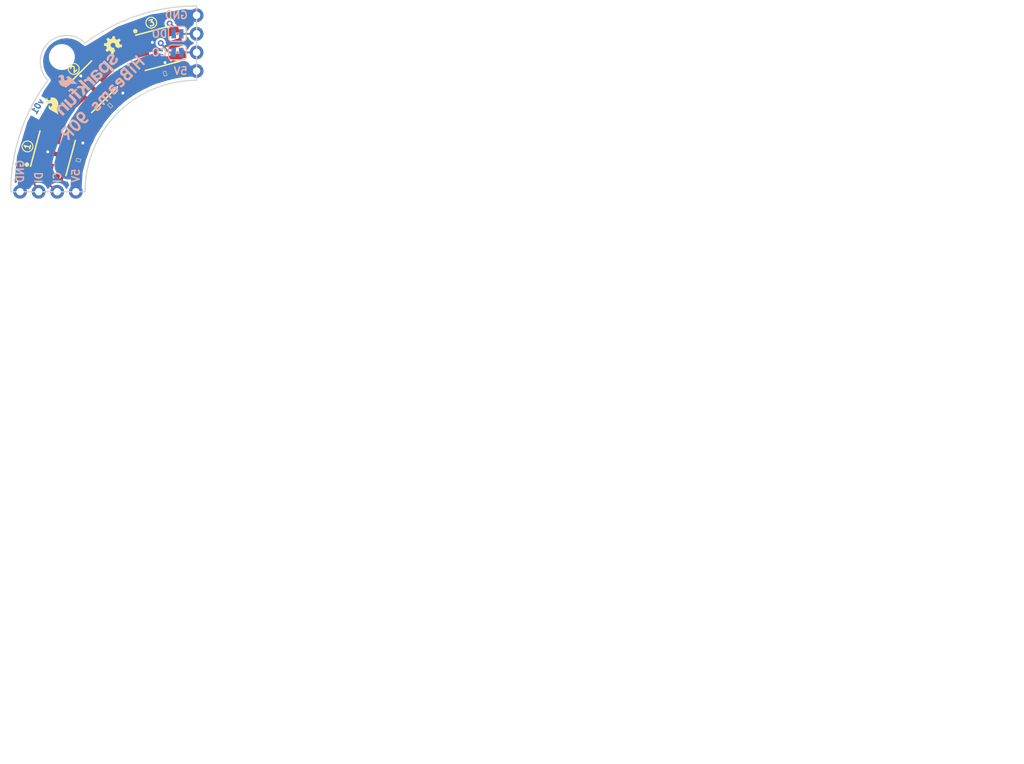
<source format=kicad_pcb>
(kicad_pcb (version 20170123) (host pcbnew no-vcs-found-5013ea2~58~ubuntu16.04.1)

  (general
    (links 24)
    (no_connects 0)
    (area 131.061757 84.829514 273.1934 194.5874)
    (thickness 1.6)
    (drawings 34)
    (tracks 112)
    (zones 0)
    (modules 19)
    (nets 13)
  )

  (page A4)
  (layers
    (0 F.Cu signal)
    (31 B.Cu signal)
    (32 B.Adhes user)
    (33 F.Adhes user)
    (34 B.Paste user)
    (35 F.Paste user)
    (36 B.SilkS user)
    (37 F.SilkS user hide)
    (38 B.Mask user)
    (39 F.Mask user)
    (40 Dwgs.User user hide)
    (41 Cmts.User user)
    (42 Eco1.User user)
    (43 Eco2.User user)
    (44 Edge.Cuts user)
    (45 Margin user)
    (46 B.CrtYd user)
    (47 F.CrtYd user)
    (48 B.Fab user)
    (49 F.Fab user)
  )

  (setup
    (last_trace_width 1.524)
    (user_trace_width 0.2032)
    (user_trace_width 0.254)
    (user_trace_width 0.4064)
    (user_trace_width 0.6096)
    (user_trace_width 0.8128)
    (user_trace_width 1.524)
    (user_trace_width 2.032)
    (user_trace_width 4.064)
    (trace_clearance 0.2)
    (zone_clearance 0.3048)
    (zone_45_only no)
    (trace_min 0.2)
    (segment_width 0.2)
    (edge_width 0.15)
    (via_size 0.8)
    (via_drill 0.4)
    (via_min_size 0.4)
    (via_min_drill 0.3)
    (uvia_size 0.3)
    (uvia_drill 0.1)
    (uvias_allowed no)
    (uvia_min_size 0.2)
    (uvia_min_drill 0.1)
    (pcb_text_width 0.3)
    (pcb_text_size 1.5 1.5)
    (mod_edge_width 0.15)
    (mod_text_size 1 1)
    (mod_text_width 0.15)
    (pad_size 1.524 1.524)
    (pad_drill 0.762)
    (pad_to_mask_clearance 0.1016)
    (aux_axis_origin 0 0)
    (visible_elements FFFFFF7F)
    (pcbplotparams
      (layerselection 0x00030_ffffffff)
      (usegerberextensions false)
      (excludeedgelayer true)
      (linewidth 0.100000)
      (plotframeref false)
      (viasonmask false)
      (mode 1)
      (useauxorigin false)
      (hpglpennumber 1)
      (hpglpenspeed 20)
      (hpglpendiameter 15)
      (psnegative false)
      (psa4output false)
      (plotreference true)
      (plotvalue true)
      (plotinvisibletext false)
      (padsonsilk false)
      (subtractmaskfromsilk false)
      (outputformat 1)
      (mirror false)
      (drillshape 1)
      (scaleselection 1)
      (outputdirectory ""))
  )

  (net 0 "")
  (net 1 GND)
  (net 2 +5V)
  (net 3 /DI)
  (net 4 /CI)
  (net 5 /DO)
  (net 6 /CO)
  (net 7 "Net-(U1-Pad5)")
  (net 8 "Net-(U1-Pad6)")
  (net 9 "Net-(U2-Pad6)")
  (net 10 "Net-(U2-Pad5)")
  (net 11 "Net-(JP1-Pad1)")
  (net 12 "Net-(JP2-Pad1)")

  (net_class Default "This is the default net class."
    (clearance 0.2)
    (trace_width 0.25)
    (via_dia 0.8)
    (via_drill 0.4)
    (uvia_dia 0.3)
    (uvia_drill 0.1)
    (add_net +5V)
    (add_net /CI)
    (add_net /CO)
    (add_net /DI)
    (add_net /DO)
    (add_net GND)
    (add_net "Net-(JP1-Pad1)")
    (add_net "Net-(JP2-Pad1)")
    (add_net "Net-(U1-Pad5)")
    (add_net "Net-(U1-Pad6)")
    (add_net "Net-(U2-Pad5)")
    (add_net "Net-(U2-Pad6)")
  )

  (module Pete:SMT-JUMPER_2_NC_TRACE_SILK (layer B.Cu) (tedit 595D5133) (tstamp 596F396A)
    (at 157.607 94.7928)
    (path /595D4DA8)
    (attr smd)
    (fp_text reference JP2 (at 0.0254 -1.6256) (layer B.SilkS) hide
      (effects (font (size 0.6096 0.6096) (thickness 0.127)) (justify mirror))
    )
    (fp_text value JUMPER-SMT_2_NC_TRACE_SILK (at 1.8288 -0.8382) (layer B.SilkS) hide
      (effects (font (size 0.6096 0.6096) (thickness 0.127)) (justify mirror))
    )
    (fp_arc (start 0.762 -0.5588) (end 1.2192 -0.5588) (angle -90) (layer B.SilkS) (width 0.1524))
    (fp_arc (start -0.762 -0.5588) (end -0.762 -1.016) (angle -90) (layer B.SilkS) (width 0.1524))
    (fp_arc (start -0.762 0.5588) (end -1.2192 0.5588) (angle -90) (layer B.SilkS) (width 0.1524))
    (fp_arc (start 0.762 0.5588) (end 0.762 1.016) (angle -90) (layer B.SilkS) (width 0.1524))
    (fp_line (start -0.1905 -0.127) (end -0.1905 0.127) (layer B.SilkS) (width 0.127))
    (fp_line (start 0.1905 -0.127) (end -0.1905 -0.127) (layer B.SilkS) (width 0.127))
    (fp_line (start 0.1905 0.127) (end 0.1905 -0.127) (layer B.SilkS) (width 0.127))
    (fp_line (start -0.1905 0.127) (end 0.1905 0.127) (layer B.SilkS) (width 0.127))
    (fp_line (start -0.508 0) (end 0.508 0) (layer B.Cu) (width 0.254))
    (fp_line (start -0.762 1.016) (end 0.762 1.016) (layer B.SilkS) (width 0.1524))
    (fp_line (start -1.2192 -0.5588) (end -1.2192 0.5588) (layer B.SilkS) (width 0.1524))
    (fp_line (start 1.2192 -0.5588) (end 1.2192 0.5588) (layer B.SilkS) (width 0.1524))
    (fp_line (start 0.762 -1.016) (end -0.762 -1.016) (layer B.SilkS) (width 0.1524))
    (pad 2 smd rect (at 0.508 0) (size 0.635 1.27) (layers B.Cu B.Paste B.Mask)
      (net 5 /DO))
    (pad 1 smd rect (at -0.508 0) (size 0.635 1.27) (layers B.Cu B.Paste B.Mask)
      (net 12 "Net-(JP2-Pad1)"))
  )

  (module Pete:SMT-JUMPER_2_NC_TRACE_SILK (layer B.Cu) (tedit 595D513D) (tstamp 596F3957)
    (at 157.607 97.3328)
    (path /595D4CC3)
    (attr smd)
    (fp_text reference JP1 (at 0 1.524) (layer B.SilkS) hide
      (effects (font (size 0.6096 0.6096) (thickness 0.127)) (justify mirror))
    )
    (fp_text value JUMPER-SMT_2_NC_TRACE_SILK (at 1.8288 -0.8382) (layer B.SilkS) hide
      (effects (font (size 0.6096 0.6096) (thickness 0.127)) (justify mirror))
    )
    (fp_arc (start 0.762 -0.5588) (end 1.2192 -0.5588) (angle -90) (layer B.SilkS) (width 0.1524))
    (fp_arc (start -0.762 -0.5588) (end -0.762 -1.016) (angle -90) (layer B.SilkS) (width 0.1524))
    (fp_arc (start -0.762 0.5588) (end -1.2192 0.5588) (angle -90) (layer B.SilkS) (width 0.1524))
    (fp_arc (start 0.762 0.5588) (end 0.762 1.016) (angle -90) (layer B.SilkS) (width 0.1524))
    (fp_line (start -0.1905 -0.127) (end -0.1905 0.127) (layer B.SilkS) (width 0.127))
    (fp_line (start 0.1905 -0.127) (end -0.1905 -0.127) (layer B.SilkS) (width 0.127))
    (fp_line (start 0.1905 0.127) (end 0.1905 -0.127) (layer B.SilkS) (width 0.127))
    (fp_line (start -0.1905 0.127) (end 0.1905 0.127) (layer B.SilkS) (width 0.127))
    (fp_line (start -0.508 0) (end 0.508 0) (layer B.Cu) (width 0.254))
    (fp_line (start -0.762 1.016) (end 0.762 1.016) (layer B.SilkS) (width 0.1524))
    (fp_line (start -1.2192 -0.5588) (end -1.2192 0.5588) (layer B.SilkS) (width 0.1524))
    (fp_line (start 1.2192 -0.5588) (end 1.2192 0.5588) (layer B.SilkS) (width 0.1524))
    (fp_line (start 0.762 -1.016) (end -0.762 -1.016) (layer B.SilkS) (width 0.1524))
    (pad 2 smd rect (at 0.508 0) (size 0.635 1.27) (layers B.Cu B.Paste B.Mask)
      (net 6 /CO))
    (pad 1 smd rect (at -0.508 0) (size 0.635 1.27) (layers B.Cu B.Paste B.Mask)
      (net 11 "Net-(JP1-Pad1)"))
  )

  (module Pete:line (layer F.Cu) (tedit 591372BA) (tstamp 59634114)
    (at 160.2232 116.3828 75)
    (fp_text reference REF** (at -4.572 -1.27 75) (layer F.SilkS) hide
      (effects (font (size 1 1) (thickness 0.15)))
    )
    (fp_text value line (at -5.207 -2.667 75) (layer F.Fab) hide
      (effects (font (size 1 1) (thickness 0.15)))
    )
    (fp_line (start 0 0) (end 0 -25.4) (layer Dwgs.User) (width 0.15))
  )

  (module Pete:line (layer F.Cu) (tedit 591372BA) (tstamp 5963410F)
    (at 160.2232 116.3828 45)
    (fp_text reference REF** (at -4.572 -1.27 45) (layer F.SilkS) hide
      (effects (font (size 1 1) (thickness 0.15)))
    )
    (fp_text value line (at -5.207 -2.667 45) (layer F.Fab) hide
      (effects (font (size 1 1) (thickness 0.15)))
    )
    (fp_line (start 0 0) (end 0 -25.4) (layer Dwgs.User) (width 0.15))
  )

  (module Pete:0603_revised (layer F.Cu) (tedit 5914AE47) (tstamp 596339F8)
    (at 144.0688 112.0648 75)
    (path /591344EB)
    (attr smd)
    (fp_text reference C1 (at 0.127 -0.9652 75) (layer F.SilkS) hide
      (effects (font (size 0.4064 0.4064) (thickness 0.0254)))
    )
    (fp_text value 0.1uF (at 0.2032 0.9398 75) (layer F.SilkS) hide
      (effects (font (size 0.4064 0.4064) (thickness 0.0254)))
    )
    (fp_line (start -0.8382 0.4699) (end -0.33782 0.4699) (layer Dwgs.User) (width 0.06604))
    (fp_line (start -0.33782 0.4699) (end -0.33782 -0.48006) (layer Dwgs.User) (width 0.06604))
    (fp_line (start -0.8382 -0.48006) (end -0.33782 -0.48006) (layer Dwgs.User) (width 0.06604))
    (fp_line (start -0.8382 0.4699) (end -0.8382 -0.48006) (layer Dwgs.User) (width 0.06604))
    (fp_line (start 0.3302 0.4699) (end 0.82804 0.4699) (layer Dwgs.User) (width 0.06604))
    (fp_line (start 0.82804 0.4699) (end 0.82804 -0.48006) (layer Dwgs.User) (width 0.06604))
    (fp_line (start 0.3302 -0.48006) (end 0.82804 -0.48006) (layer Dwgs.User) (width 0.06604))
    (fp_line (start 0.3302 0.4699) (end 0.3302 -0.48006) (layer Dwgs.User) (width 0.06604))
    (fp_line (start -0.19812 0.29972) (end 0.19812 0.29972) (layer F.SilkS) (width 0.06604))
    (fp_line (start 0.19812 0.29972) (end 0.19812 -0.29972) (layer F.SilkS) (width 0.06604))
    (fp_line (start -0.19812 -0.29972) (end 0.19812 -0.29972) (layer F.SilkS) (width 0.06604))
    (fp_line (start -0.19812 0.29972) (end -0.19812 -0.29972) (layer F.SilkS) (width 0.06604))
    (fp_line (start -1.47066 -0.98298) (end 1.47066 -0.98298) (layer Dwgs.User) (width 0.0508))
    (fp_line (start 1.47066 -0.98298) (end 1.47066 0.98298) (layer Dwgs.User) (width 0.0508))
    (fp_line (start 1.47066 0.98298) (end -1.47066 0.98298) (layer Dwgs.User) (width 0.0508))
    (fp_line (start -1.47066 0.98298) (end -1.47066 -0.98298) (layer Dwgs.User) (width 0.0508))
    (fp_line (start -0.3556 -0.4318) (end 0.3556 -0.4318) (layer Dwgs.User) (width 0.1016))
    (fp_line (start -0.3556 0.41656) (end 0.3556 0.41656) (layer Dwgs.User) (width 0.1016))
    (pad 1 smd rect (at -0.84836 0 75) (size 1.09982 0.99822) (layers F.Cu F.Paste F.Mask)
      (net 1 GND))
    (pad 2 smd rect (at 0.84836 0 75) (size 1.09982 0.99822) (layers F.Cu F.Paste F.Mask)
      (net 2 +5V))
  )

  (module Pete:0603_revised (layer F.Cu) (tedit 5914AE47) (tstamp 59633A10)
    (at 148.4122 104.5972 45)
    (path /59134598)
    (attr smd)
    (fp_text reference C2 (at 0.127 -0.9652 45) (layer F.SilkS) hide
      (effects (font (size 0.4064 0.4064) (thickness 0.0254)))
    )
    (fp_text value 0.1uF (at 0.2032 0.9398 45) (layer F.SilkS) hide
      (effects (font (size 0.4064 0.4064) (thickness 0.0254)))
    )
    (fp_line (start -0.3556 0.41656) (end 0.3556 0.41656) (layer Dwgs.User) (width 0.1016))
    (fp_line (start -0.3556 -0.4318) (end 0.3556 -0.4318) (layer Dwgs.User) (width 0.1016))
    (fp_line (start -1.47066 0.98298) (end -1.47066 -0.98298) (layer Dwgs.User) (width 0.0508))
    (fp_line (start 1.47066 0.98298) (end -1.47066 0.98298) (layer Dwgs.User) (width 0.0508))
    (fp_line (start 1.47066 -0.98298) (end 1.47066 0.98298) (layer Dwgs.User) (width 0.0508))
    (fp_line (start -1.47066 -0.98298) (end 1.47066 -0.98298) (layer Dwgs.User) (width 0.0508))
    (fp_line (start -0.19812 0.29972) (end -0.19812 -0.29972) (layer F.SilkS) (width 0.06604))
    (fp_line (start -0.19812 -0.29972) (end 0.19812 -0.29972) (layer F.SilkS) (width 0.06604))
    (fp_line (start 0.19812 0.29972) (end 0.19812 -0.29972) (layer F.SilkS) (width 0.06604))
    (fp_line (start -0.19812 0.29972) (end 0.19812 0.29972) (layer F.SilkS) (width 0.06604))
    (fp_line (start 0.3302 0.4699) (end 0.3302 -0.48006) (layer Dwgs.User) (width 0.06604))
    (fp_line (start 0.3302 -0.48006) (end 0.82804 -0.48006) (layer Dwgs.User) (width 0.06604))
    (fp_line (start 0.82804 0.4699) (end 0.82804 -0.48006) (layer Dwgs.User) (width 0.06604))
    (fp_line (start 0.3302 0.4699) (end 0.82804 0.4699) (layer Dwgs.User) (width 0.06604))
    (fp_line (start -0.8382 0.4699) (end -0.8382 -0.48006) (layer Dwgs.User) (width 0.06604))
    (fp_line (start -0.8382 -0.48006) (end -0.33782 -0.48006) (layer Dwgs.User) (width 0.06604))
    (fp_line (start -0.33782 0.4699) (end -0.33782 -0.48006) (layer Dwgs.User) (width 0.06604))
    (fp_line (start -0.8382 0.4699) (end -0.33782 0.4699) (layer Dwgs.User) (width 0.06604))
    (pad 2 smd rect (at 0.84836 0 45) (size 1.09982 0.99822) (layers F.Cu F.Paste F.Mask)
      (net 2 +5V))
    (pad 1 smd rect (at -0.84836 0 45) (size 1.09982 0.99822) (layers F.Cu F.Paste F.Mask)
      (net 1 GND))
  )

  (module Pete:0603_revised (layer F.Cu) (tedit 5914AE47) (tstamp 59633A28)
    (at 155.9052 100.2284 15)
    (path /59134604)
    (attr smd)
    (fp_text reference C3 (at 0.127 -0.9652 15) (layer F.SilkS) hide
      (effects (font (size 0.4064 0.4064) (thickness 0.0254)))
    )
    (fp_text value 0.1uF (at 0.2032 0.9398 15) (layer F.SilkS) hide
      (effects (font (size 0.4064 0.4064) (thickness 0.0254)))
    )
    (fp_line (start -0.8382 0.4699) (end -0.33782 0.4699) (layer Dwgs.User) (width 0.06604))
    (fp_line (start -0.33782 0.4699) (end -0.33782 -0.48006) (layer Dwgs.User) (width 0.06604))
    (fp_line (start -0.8382 -0.48006) (end -0.33782 -0.48006) (layer Dwgs.User) (width 0.06604))
    (fp_line (start -0.8382 0.4699) (end -0.8382 -0.48006) (layer Dwgs.User) (width 0.06604))
    (fp_line (start 0.3302 0.4699) (end 0.82804 0.4699) (layer Dwgs.User) (width 0.06604))
    (fp_line (start 0.82804 0.4699) (end 0.82804 -0.48006) (layer Dwgs.User) (width 0.06604))
    (fp_line (start 0.3302 -0.48006) (end 0.82804 -0.48006) (layer Dwgs.User) (width 0.06604))
    (fp_line (start 0.3302 0.4699) (end 0.3302 -0.48006) (layer Dwgs.User) (width 0.06604))
    (fp_line (start -0.19812 0.29972) (end 0.19812 0.29972) (layer F.SilkS) (width 0.06604))
    (fp_line (start 0.19812 0.29972) (end 0.19812 -0.29972) (layer F.SilkS) (width 0.06604))
    (fp_line (start -0.19812 -0.29972) (end 0.19812 -0.29972) (layer F.SilkS) (width 0.06604))
    (fp_line (start -0.19812 0.29972) (end -0.19812 -0.29972) (layer F.SilkS) (width 0.06604))
    (fp_line (start -1.47066 -0.98298) (end 1.47066 -0.98298) (layer Dwgs.User) (width 0.0508))
    (fp_line (start 1.47066 -0.98298) (end 1.47066 0.98298) (layer Dwgs.User) (width 0.0508))
    (fp_line (start 1.47066 0.98298) (end -1.47066 0.98298) (layer Dwgs.User) (width 0.0508))
    (fp_line (start -1.47066 0.98298) (end -1.47066 -0.98298) (layer Dwgs.User) (width 0.0508))
    (fp_line (start -0.3556 -0.4318) (end 0.3556 -0.4318) (layer Dwgs.User) (width 0.1016))
    (fp_line (start -0.3556 0.41656) (end 0.3556 0.41656) (layer Dwgs.User) (width 0.1016))
    (pad 1 smd rect (at -0.84836 0 15) (size 1.09982 0.99822) (layers F.Cu F.Paste F.Mask)
      (net 1 GND))
    (pad 2 smd rect (at 0.84836 0 15) (size 1.09982 0.99822) (layers F.Cu F.Paste F.Mask)
      (net 2 +5V))
  )

  (module Aesthetics:FIDUCIAL-1X2 (layer F.Cu) (tedit 595D3684) (tstamp 59633A2D)
    (at 158.0134 92.2528 90)
    (descr "FIDUCIAL - CIRCLE, 1MM")
    (tags "FIDUCIAL - CIRCLE, 1MM")
    (path /592FB75B)
    (attr smd)
    (fp_text reference FD1 (at 0 0 90) (layer F.SilkS) hide
      (effects (font (thickness 0.15)))
    )
    (fp_text value FIDUCIAL1X2 (at 0 0 90) (layer F.SilkS) hide
      (effects (font (thickness 0.15)))
    )
    (pad 1 smd circle (at 0 0 90) (size 0.99822 0.99822) (layers F.Cu F.Paste F.Mask))
  )

  (module Aesthetics:FIDUCIAL-1X2 (layer F.Cu) (tedit 595D3697) (tstamp 59633A32)
    (at 136.0932 114.046 90)
    (descr "FIDUCIAL - CIRCLE, 1MM")
    (tags "FIDUCIAL - CIRCLE, 1MM")
    (path /592FB6C9)
    (attr smd)
    (fp_text reference FD2 (at 0 0 90) (layer F.SilkS) hide
      (effects (font (thickness 0.15)))
    )
    (fp_text value FIDUCIAL1X2 (at 0 0 90) (layer F.SilkS) hide
      (effects (font (thickness 0.15)))
    )
    (pad 1 smd circle (at 0 0 90) (size 0.99822 0.99822) (layers F.Cu F.Paste F.Mask))
  )

  (module SFE_Connectors:1X04_NO_SILK (layer F.Cu) (tedit 595D35CE) (tstamp 59633A4A)
    (at 136.0932 116.3828)
    (descr "PLATED THROUGH HOLE - 4 PIN NO SILK OUTLINE")
    (tags "PLATED THROUGH HOLE - 4 PIN NO SILK OUTLINE")
    (path /592F91A7)
    (attr virtual)
    (fp_text reference J1 (at 0.254 -1.7018) (layer F.SilkS) hide
      (effects (font (size 0.6096 0.6096) (thickness 0.127)))
    )
    (fp_text value CONN_041X04_NO_SILK (at 0.5588 1.7272) (layer F.SilkS) hide
      (effects (font (size 0.6096 0.6096) (thickness 0.127)))
    )
    (fp_line (start 7.366 0.254) (end 7.874 0.254) (layer Dwgs.User) (width 0.06604))
    (fp_line (start 7.874 0.254) (end 7.874 -0.254) (layer Dwgs.User) (width 0.06604))
    (fp_line (start 7.366 -0.254) (end 7.874 -0.254) (layer Dwgs.User) (width 0.06604))
    (fp_line (start 7.366 0.254) (end 7.366 -0.254) (layer Dwgs.User) (width 0.06604))
    (fp_line (start 4.826 0.254) (end 5.334 0.254) (layer Dwgs.User) (width 0.06604))
    (fp_line (start 5.334 0.254) (end 5.334 -0.254) (layer Dwgs.User) (width 0.06604))
    (fp_line (start 4.826 -0.254) (end 5.334 -0.254) (layer Dwgs.User) (width 0.06604))
    (fp_line (start 4.826 0.254) (end 4.826 -0.254) (layer Dwgs.User) (width 0.06604))
    (fp_line (start 2.286 0.254) (end 2.794 0.254) (layer Dwgs.User) (width 0.06604))
    (fp_line (start 2.794 0.254) (end 2.794 -0.254) (layer Dwgs.User) (width 0.06604))
    (fp_line (start 2.286 -0.254) (end 2.794 -0.254) (layer Dwgs.User) (width 0.06604))
    (fp_line (start 2.286 0.254) (end 2.286 -0.254) (layer Dwgs.User) (width 0.06604))
    (fp_line (start -0.254 0.254) (end 0.254 0.254) (layer Dwgs.User) (width 0.06604))
    (fp_line (start 0.254 0.254) (end 0.254 -0.254) (layer Dwgs.User) (width 0.06604))
    (fp_line (start -0.254 -0.254) (end 0.254 -0.254) (layer Dwgs.User) (width 0.06604))
    (fp_line (start -0.254 0.254) (end -0.254 -0.254) (layer Dwgs.User) (width 0.06604))
    (pad 1 thru_hole circle (at 0 0) (size 1.8796 1.8796) (drill 1.016) (layers *.Cu *.Paste *.Mask)
      (net 1 GND))
    (pad 2 thru_hole circle (at 2.54 0) (size 1.8796 1.8796) (drill 1.016) (layers *.Cu *.Paste *.Mask)
      (net 3 /DI))
    (pad 3 thru_hole circle (at 5.08 0) (size 1.8796 1.8796) (drill 1.016) (layers *.Cu *.Paste *.Mask)
      (net 4 /CI))
    (pad 4 thru_hole circle (at 7.62 0) (size 1.8796 1.8796) (drill 1.016) (layers *.Cu *.Paste *.Mask)
      (net 2 +5V))
  )

  (module SFE_Connectors:1X04_NO_SILK (layer F.Cu) (tedit 595D35E2) (tstamp 59633A62)
    (at 160.2232 99.8728 90)
    (descr "PLATED THROUGH HOLE - 4 PIN NO SILK OUTLINE")
    (tags "PLATED THROUGH HOLE - 4 PIN NO SILK OUTLINE")
    (path /592F92AC)
    (attr virtual)
    (fp_text reference J2 (at 0.254 -1.7018 90) (layer F.SilkS) hide
      (effects (font (size 0.6096 0.6096) (thickness 0.127)))
    )
    (fp_text value CONN_041X04_NO_SILK (at 0.5588 1.7272 90) (layer F.SilkS) hide
      (effects (font (size 0.6096 0.6096) (thickness 0.127)))
    )
    (fp_line (start -0.254 0.254) (end -0.254 -0.254) (layer Dwgs.User) (width 0.06604))
    (fp_line (start -0.254 -0.254) (end 0.254 -0.254) (layer Dwgs.User) (width 0.06604))
    (fp_line (start 0.254 0.254) (end 0.254 -0.254) (layer Dwgs.User) (width 0.06604))
    (fp_line (start -0.254 0.254) (end 0.254 0.254) (layer Dwgs.User) (width 0.06604))
    (fp_line (start 2.286 0.254) (end 2.286 -0.254) (layer Dwgs.User) (width 0.06604))
    (fp_line (start 2.286 -0.254) (end 2.794 -0.254) (layer Dwgs.User) (width 0.06604))
    (fp_line (start 2.794 0.254) (end 2.794 -0.254) (layer Dwgs.User) (width 0.06604))
    (fp_line (start 2.286 0.254) (end 2.794 0.254) (layer Dwgs.User) (width 0.06604))
    (fp_line (start 4.826 0.254) (end 4.826 -0.254) (layer Dwgs.User) (width 0.06604))
    (fp_line (start 4.826 -0.254) (end 5.334 -0.254) (layer Dwgs.User) (width 0.06604))
    (fp_line (start 5.334 0.254) (end 5.334 -0.254) (layer Dwgs.User) (width 0.06604))
    (fp_line (start 4.826 0.254) (end 5.334 0.254) (layer Dwgs.User) (width 0.06604))
    (fp_line (start 7.366 0.254) (end 7.366 -0.254) (layer Dwgs.User) (width 0.06604))
    (fp_line (start 7.366 -0.254) (end 7.874 -0.254) (layer Dwgs.User) (width 0.06604))
    (fp_line (start 7.874 0.254) (end 7.874 -0.254) (layer Dwgs.User) (width 0.06604))
    (fp_line (start 7.366 0.254) (end 7.874 0.254) (layer Dwgs.User) (width 0.06604))
    (pad 4 thru_hole circle (at 7.62 0 90) (size 1.8796 1.8796) (drill 1.016) (layers *.Cu *.Paste *.Mask)
      (net 1 GND))
    (pad 3 thru_hole circle (at 5.08 0 90) (size 1.8796 1.8796) (drill 1.016) (layers *.Cu *.Paste *.Mask)
      (net 5 /DO))
    (pad 2 thru_hole circle (at 2.54 0 90) (size 1.8796 1.8796) (drill 1.016) (layers *.Cu *.Paste *.Mask)
      (net 6 /CO))
    (pad 1 thru_hole circle (at 0 0 90) (size 1.8796 1.8796) (drill 1.016) (layers *.Cu *.Paste *.Mask)
      (net 2 +5V))
  )

  (module SparkFun:SFE_LOGO_NAME_FLAME_.1 (layer B.Cu) (tedit 595D3651) (tstamp 59633A71)
    (at 150.622 98.679 225)
    (descr "SPARKFUN FONT LOGO W/ FLAME - 0.1\" HEIGHT - SILKSCREEN")
    (tags "SPARKFUN FONT LOGO W/ FLAME - 0.1\" HEIGHT - SILKSCREEN")
    (path /591F53CA)
    (attr virtual)
    (fp_text reference LOGO1 (at 0 0 225) (layer B.SilkS) hide
      (effects (font (thickness 0.15)) (justify mirror))
    )
    (fp_text value SFE_LOGO_NAME_FLAME.1_INCH (at 0 0 225) (layer B.SilkS) hide
      (effects (font (thickness 0.15)) (justify mirror))
    )
    (fp_poly (pts (xy 0.80772 1.39954) (xy 0.80772 1.33858) (xy 0.82804 1.28778) (xy 0.85852 1.24968)
      (xy 0.89916 1.2192) (xy 0.9398 1.18872) (xy 0.99822 1.17856) (xy 1.04902 1.1684)
      (xy 1.10998 1.15824) (xy 1.14808 1.1684) (xy 1.18872 1.1684) (xy 1.22936 1.17856)
      (xy 1.27 1.19888) (xy 1.3081 1.22936) (xy 1.33858 1.25984) (xy 1.34874 1.29794)
      (xy 1.3589 1.33858) (xy 1.34874 1.37922) (xy 1.32842 1.41986) (xy 1.28778 1.4478)
      (xy 1.23952 1.47828) (xy 1.17856 1.4986) (xy 1.09982 1.51892) (xy 1.01854 1.53924)
      (xy 0.91948 1.55956) (xy 0.82804 1.57988) (xy 0.7493 1.60782) (xy 0.67818 1.6383)
      (xy 0.6096 1.67894) (xy 0.54864 1.71958) (xy 0.508 1.778) (xy 0.47752 1.84912)
      (xy 0.4699 1.93802) (xy 0.47752 2.05994) (xy 0.51816 2.159) (xy 0.58928 2.23774)
      (xy 0.65786 2.2987) (xy 0.75946 2.3495) (xy 0.85852 2.36982) (xy 0.96774 2.3876)
      (xy 1.19888 2.3876) (xy 1.3081 2.36982) (xy 1.4097 2.33934) (xy 1.4986 2.2987)
      (xy 1.57988 2.23774) (xy 1.6383 2.159) (xy 1.6891 2.05994) (xy 1.70942 1.93802)
      (xy 1.33858 1.93802) (xy 1.32842 1.98882) (xy 1.3081 2.03962) (xy 1.28778 2.06756)
      (xy 1.25984 2.08788) (xy 1.2192 2.1082) (xy 1.1684 2.12852) (xy 0.99822 2.12852)
      (xy 0.96774 2.11836) (xy 0.92964 2.1082) (xy 0.89916 2.09804) (xy 0.87884 2.06756)
      (xy 0.85852 2.03962) (xy 0.85852 1.99898) (xy 0.86868 1.95834) (xy 0.89916 1.9177)
      (xy 0.9398 1.88976) (xy 0.99822 1.85928) (xy 1.05918 1.83896) (xy 1.13792 1.8288)
      (xy 1.2192 1.80848) (xy 1.29794 1.78816) (xy 1.37922 1.76784) (xy 1.46812 1.74752)
      (xy 1.53924 1.70942) (xy 1.60782 1.66878) (xy 1.66878 1.61798) (xy 1.70942 1.55956)
      (xy 1.7399 1.48844) (xy 1.74752 1.39954) (xy 1.72974 1.27) (xy 1.6891 1.15824)
      (xy 1.62814 1.0795) (xy 1.5494 1.00838) (xy 1.4478 0.95758) (xy 1.33858 0.92964)
      (xy 1.2192 0.90932) (xy 1.09982 0.89916) (xy 0.9779 0.90932) (xy 0.85852 0.92964)
      (xy 0.7493 0.95758) (xy 0.6477 1.00838) (xy 0.56896 1.0795) (xy 0.49784 1.1684)
      (xy 0.45974 1.27) (xy 0.43942 1.39954) (xy 0.75946 1.39954)) (layer B.SilkS) (width 0.01))
    (fp_poly (pts (xy 2.9083 1.39954) (xy 2.93878 1.47828) (xy 2.94894 1.55956) (xy 2.94894 1.6383)
      (xy 3.33756 1.62814) (xy 3.32994 1.48844) (xy 3.29946 1.3589) (xy 3.24866 1.23952)) (layer B.SilkS) (width 0.01))
    (fp_poly (pts (xy 3.24866 1.23952) (xy 3.1877 1.12776) (xy 3.0988 1.03886) (xy 2.98958 0.95758)
      (xy 2.86766 0.91948) (xy 2.7178 0.89916) (xy 2.65938 0.90932) (xy 2.59842 0.91948)
      (xy 2.54 0.92964) (xy 2.47904 0.95758) (xy 2.42824 0.98806) (xy 2.37998 1.01854)
      (xy 2.33934 1.06934) (xy 2.2987 1.1176) (xy 2.28854 1.1176) (xy 2.28854 0.09906)
      (xy 2.2479 0.1397) (xy 2.19964 0.18796) (xy 2.14884 0.2286) (xy 2.09804 0.26924)
      (xy 2.04978 0.30988) (xy 1.99898 0.35814) (xy 1.95834 0.39878) (xy 1.90754 0.43942)
      (xy 1.90754 2.28854) (xy 1.94818 2.2987) (xy 1.99898 2.30886) (xy 2.04978 2.30886)
      (xy 2.08788 2.31902) (xy 2.13868 2.32918) (xy 2.17932 2.33934) (xy 2.22758 2.3495)
      (xy 2.27838 2.35966) (xy 2.27838 2.17932) (xy 2.31902 2.22758) (xy 2.35966 2.26822)
      (xy 2.40792 2.30886) (xy 2.45872 2.33934) (xy 2.50952 2.36982) (xy 2.56794 2.37998)
      (xy 2.6289 2.3876) (xy 2.69748 2.3876) (xy 2.84988 2.37998) (xy 2.98958 2.32918)
      (xy 3.0988 2.25806) (xy 3.1877 2.159) (xy 3.25882 2.04978) (xy 3.29946 1.9177)
      (xy 3.32994 1.778) (xy 3.33756 1.62814) (xy 2.94894 1.6383) (xy 2.94894 1.72974)
      (xy 2.93878 1.80848) (xy 2.9083 1.88976) (xy 2.87782 1.95834) (xy 2.82956 2.0193)
      (xy 2.7686 2.05994) (xy 2.69748 2.08788) (xy 2.60858 2.09804) (xy 2.52984 2.08788)
      (xy 2.44856 2.05994) (xy 2.39776 2.0193) (xy 2.3495 1.95834) (xy 2.31902 1.88976)
      (xy 2.28854 1.80848) (xy 2.27838 1.72974) (xy 2.27838 1.55956) (xy 2.2987 1.47828)
      (xy 2.31902 1.39954) (xy 2.3495 1.32842) (xy 2.39776 1.27762) (xy 2.45872 1.22936)
      (xy 2.52984 1.20904) (xy 2.61874 1.19888) (xy 2.69748 1.20904) (xy 2.77876 1.22936)
      (xy 2.83972 1.27762) (xy 2.87782 1.32842) (xy 2.9083 1.39954)) (layer B.SilkS) (width 0.01))
    (fp_poly (pts (xy 3.92938 1.74752) (xy 4.01828 1.75768) (xy 4.10972 1.76784) (xy 4.1783 1.778)
      (xy 4.2291 1.57988) (xy 4.20878 1.56972) (xy 4.18846 1.56972) (xy 4.15798 1.55956)
      (xy 4.11988 1.55956) (xy 4.0894 1.5494) (xy 4.04876 1.5494) (xy 4.02844 1.53924)
      (xy 4.00812 1.53924)) (layer B.SilkS) (width 0.01))
    (fp_poly (pts (xy 4.00812 1.53924) (xy 3.97764 1.52908) (xy 3.95986 1.51892) (xy 3.9497 1.50876)
      (xy 3.92938 1.4986) (xy 3.90906 1.48844) (xy 3.8989 1.47828) (xy 3.87858 1.46812)
      (xy 3.86842 1.4478) (xy 3.85826 1.42748) (xy 3.8481 1.4097) (xy 3.8481 1.38938)
      (xy 3.83794 1.36906) (xy 3.83794 1.31826) (xy 3.8481 1.28778) (xy 3.8481 1.27)
      (xy 3.85826 1.24968) (xy 3.86842 1.23952) (xy 3.87858 1.2192) (xy 3.8989 1.20904)
      (xy 3.90906 1.19888) (xy 3.92938 1.18872) (xy 3.9497 1.17856) (xy 3.96748 1.17856)
      (xy 3.9878 1.1684) (xy 4.00812 1.1684) (xy 4.02844 1.15824) (xy 4.07924 1.15824)
      (xy 4.1275 1.1684) (xy 4.1783 1.1684) (xy 4.21894 1.18872) (xy 4.25958 1.19888)
      (xy 4.28752 1.2192) (xy 4.30784 1.23952) (xy 4.32816 1.27) (xy 4.34848 1.28778)
      (xy 4.35864 1.31826) (xy 4.3688 1.34874) (xy 4.37896 1.36906) (xy 4.38912 1.39954)
      (xy 4.38912 1.62814) (xy 4.37896 1.61798) (xy 4.3688 1.60782) (xy 4.34848 1.60782)
      (xy 4.32816 1.59766) (xy 4.30784 1.5875) (xy 4.28752 1.5875) (xy 4.26974 1.57988)
      (xy 4.2291 1.57988) (xy 4.1783 1.778) (xy 4.24942 1.79832) (xy 4.30784 1.81864)
      (xy 4.35864 1.84912) (xy 4.38912 1.88976) (xy 4.38912 1.99898) (xy 4.37896 2.0193)
      (xy 4.3688 2.03962) (xy 4.35864 2.05994) (xy 4.34848 2.06756) (xy 4.33832 2.08788)
      (xy 4.318 2.09804) (xy 4.29768 2.1082) (xy 4.2799 2.11836) (xy 4.25958 2.11836)
      (xy 4.23926 2.12852) (xy 4.05892 2.12852) (xy 4.0386 2.11836) (xy 4.01828 2.1082)
      (xy 3.99796 2.09804) (xy 3.97764 2.08788) (xy 3.95986 2.07772) (xy 3.9497 2.06756)
      (xy 3.92938 2.04978) (xy 3.91922 2.03962) (xy 3.90906 2.0193) (xy 3.8989 1.98882)
      (xy 3.88874 1.9685) (xy 3.88874 1.9177) (xy 3.49758 1.9177) (xy 3.50774 1.97866)
      (xy 3.5179 2.03962) (xy 3.53822 2.09804) (xy 3.5687 2.13868) (xy 3.59918 2.18948)
      (xy 3.62966 2.22758) (xy 3.66776 2.25806) (xy 3.71856 2.28854) (xy 3.76936 2.31902)
      (xy 3.81762 2.33934) (xy 3.86842 2.3495) (xy 3.92938 2.36982) (xy 3.9878 2.37998)
      (xy 4.0386 2.3876) (xy 4.26974 2.3876) (xy 4.318 2.37998) (xy 4.37896 2.37998)
      (xy 4.42976 2.36982) (xy 4.47802 2.3495) (xy 4.52882 2.33934) (xy 4.57962 2.31902)
      (xy 4.61772 2.28854) (xy 4.65836 2.25806) (xy 4.699 2.22758) (xy 4.72948 2.18948)
      (xy 4.7498 2.14884) (xy 4.76758 2.09804) (xy 4.77774 2.04978) (xy 4.77774 1.17856)
      (xy 4.7879 1.15824) (xy 4.7879 1.06934) (xy 4.79806 1.04902) (xy 4.79806 1.0287)
      (xy 4.80822 1.00838) (xy 4.80822 0.9779) (xy 4.81838 0.95758) (xy 4.82854 0.94996)
      (xy 4.82854 0.9398) (xy 4.43992 0.9398) (xy 4.43992 0.94996) (xy 4.42976 0.95758)
      (xy 4.42976 0.96774) (xy 4.4196 0.9779) (xy 4.4196 1.00838) (xy 4.40944 1.01854)
      (xy 4.40944 1.0795) (xy 4.38912 1.04902) (xy 4.35864 1.0287) (xy 4.33832 1.00838)
      (xy 4.30784 0.98806) (xy 4.2799 0.9779) (xy 4.24942 0.95758) (xy 4.21894 0.94996)
      (xy 4.18846 0.9398) (xy 4.15798 0.92964) (xy 4.1275 0.91948) (xy 4.09956 0.91948)
      (xy 4.06908 0.90932) (xy 4.02844 0.90932) (xy 3.99796 0.89916) (xy 3.88874 0.89916)
      (xy 3.83794 0.90932) (xy 3.78968 0.90932) (xy 3.74904 0.91948) (xy 3.69824 0.9398)
      (xy 3.6576 0.95758) (xy 3.62966 0.9779) (xy 3.58902 0.99822) (xy 3.55854 1.0287)
      (xy 3.53822 1.05918) (xy 3.50774 1.09982) (xy 3.48996 1.12776) (xy 3.4798 1.17856)
      (xy 3.45948 1.2192) (xy 3.45948 1.27) (xy 3.44932 1.31826) (xy 3.46964 1.42748)
      (xy 3.49758 1.51892) (xy 3.53822 1.5875) (xy 3.60934 1.64846) (xy 3.67792 1.6891)
      (xy 3.7592 1.71958) (xy 3.83794 1.7399) (xy 3.92938 1.74752)) (layer B.SilkS) (width 0.01))
    (fp_poly (pts (xy 4.99872 2.28854) (xy 5.04952 2.2987) (xy 5.08762 2.30886) (xy 5.13842 2.30886)
      (xy 5.18922 2.31902) (xy 5.22986 2.32918) (xy 5.27812 2.33934) (xy 5.32892 2.3495)
      (xy 5.36956 2.35966) (xy 5.36956 2.08788) (xy 5.40766 2.159) (xy 5.4483 2.2098)
      (xy 5.4991 2.26822) (xy 5.5499 2.30886) (xy 5.61848 2.3495) (xy 5.67944 2.36982)
      (xy 5.74802 2.3876) (xy 5.88772 2.3876) (xy 5.89788 2.37998) (xy 5.90804 2.37998)
      (xy 5.90804 2.0193) (xy 5.89788 2.0193) (xy 5.87756 2.02946) (xy 5.76834 2.02946)
      (xy 5.66928 2.0193) (xy 5.588 1.99898) (xy 5.51942 1.95834) (xy 5.46862 1.89992)
      (xy 5.42798 1.8288) (xy 5.40766 1.75768) (xy 5.38988 1.66878) (xy 5.38988 0.9398)
      (xy 4.99872 0.9398) (xy 4.99872 2.11836)) (layer B.SilkS) (width 0.01))
    (fp_poly (pts (xy 6.0579 2.6797) (xy 6.44906 2.88798) (xy 6.44906 1.84912) (xy 6.93928 2.35966)
      (xy 7.39902 2.35966) (xy 6.86816 1.83896) (xy 7.45998 0.9398) (xy 6.98754 0.9398)
      (xy 6.59892 1.56972) (xy 6.44906 1.42748) (xy 6.44906 0.9398) (xy 6.0579 0.9398)) (layer B.SilkS) (width 0.01))
    (fp_poly (pts (xy 7.69874 2.09804) (xy 7.30758 2.09804) (xy 7.34822 2.12852) (xy 7.3787 2.159)
      (xy 7.40918 2.18948) (xy 7.44982 2.22758) (xy 7.47776 2.25806) (xy 7.50824 2.28854)
      (xy 7.54888 2.31902) (xy 7.57936 2.35966) (xy 7.69874 2.35966) (xy 7.69874 2.55778)
      (xy 7.72922 2.63906) (xy 7.7597 2.70764) (xy 7.80796 2.7686) (xy 7.87908 2.8194)
      (xy 7.95782 2.8575) (xy 8.05942 2.88798) (xy 8.34898 2.88798) (xy 8.3693 2.87782)
      (xy 8.3693 2.59842) (xy 8.19912 2.59842) (xy 8.15848 2.58826) (xy 8.13816 2.5781)
      (xy 8.11784 2.56794) (xy 8.09752 2.54) (xy 8.0899 2.51968) (xy 8.0899 2.47904)
      (xy 8.07974 2.4384) (xy 8.07974 2.35966) (xy 8.34898 2.35966) (xy 8.34898 2.09804)
      (xy 8.07974 2.09804) (xy 8.07974 0.9398) (xy 7.69874 0.9398) (xy 7.69874 1.94818)) (layer B.SilkS) (width 0.01))
    (fp_poly (pts (xy 9.78916 0.9398) (xy 9.41832 0.9398) (xy 9.41832 1.13792) (xy 9.40816 1.13792)
      (xy 9.36752 1.0795) (xy 9.32942 1.0287) (xy 9.27862 0.98806) (xy 9.21766 0.95758)
      (xy 9.1694 0.9398) (xy 9.10844 0.91948) (xy 9.03986 0.90932) (xy 8.9789 0.89916)
      (xy 8.8392 0.90932) (xy 8.72998 0.94996) (xy 8.63854 0.99822) (xy 8.56996 1.05918)
      (xy 8.51916 1.14808) (xy 8.48868 1.24968) (xy 8.46836 1.3589) (xy 8.46836 2.35966)
      (xy 8.84936 2.35966) (xy 8.84936 1.55956) (xy 8.85952 1.47828) (xy 8.86968 1.39954)
      (xy 8.87984 1.33858) (xy 8.90778 1.29794) (xy 8.93826 1.25984) (xy 8.98906 1.22936)
      (xy 9.03986 1.2192) (xy 9.09828 1.20904) (xy 9.17956 1.2192) (xy 9.23798 1.22936)
      (xy 9.28878 1.25984) (xy 9.32942 1.29794) (xy 9.3599 1.3589) (xy 9.38784 1.42748)
      (xy 9.398 1.50876) (xy 9.398 2.35966) (xy 9.78916 2.35966) (xy 9.78916 1.1176)) (layer B.SilkS) (width 0.01))
    (fp_poly (pts (xy 9.99998 2.35966) (xy 10.36828 2.35966) (xy 10.36828 2.159) (xy 10.37844 2.159)
      (xy 10.41908 2.21996) (xy 10.45972 2.25806) (xy 10.50798 2.2987) (xy 10.56894 2.33934)
      (xy 10.6299 2.35966) (xy 10.68832 2.37998) (xy 10.74928 2.3876) (xy 10.8077 2.3876)
      (xy 10.94994 2.37998) (xy 11.05916 2.3495) (xy 11.14806 2.2987) (xy 11.21918 2.22758)
      (xy 11.26998 2.14884) (xy 11.29792 2.04978) (xy 11.31824 1.93802) (xy 11.3284 1.80848)
      (xy 11.3284 0.9398) (xy 10.93978 0.9398) (xy 10.93978 1.7399) (xy 10.92962 1.81864)
      (xy 10.91946 1.88976) (xy 10.9093 1.94818) (xy 10.87882 1.99898) (xy 10.84834 2.03962)
      (xy 10.79754 2.06756) (xy 10.74928 2.07772) (xy 10.68832 2.08788) (xy 10.60958 2.07772)
      (xy 10.54862 2.06756) (xy 10.49782 2.03962) (xy 10.45972 1.98882) (xy 10.42924 1.93802)
      (xy 10.39876 1.86944) (xy 10.3886 1.778) (xy 10.3886 0.9398) (xy 9.99998 0.9398)
      (xy 9.99998 2.17932)) (layer B.SilkS) (width 0.01))
    (fp_poly (pts (xy 8.24992 4.77774) (xy 8.24992 4.699) (xy 8.23976 4.66852) (xy 8.2296 4.63804)
      (xy 8.19912 4.61772) (xy 8.16864 4.60756) (xy 8.09752 4.60756) (xy 8.05942 4.62788)
      (xy 8.01878 4.6482) (xy 7.9883 4.66852) (xy 7.94766 4.699) (xy 7.91972 4.71932)
      (xy 7.88924 4.7498) (xy 7.86892 4.7879) (xy 7.8486 4.81838) (xy 7.83844 4.85902)
      (xy 7.82828 4.8895) (xy 7.83844 4.91998) (xy 7.8486 4.93776) (xy 7.85876 4.96824)
      (xy 7.87908 4.99872) (xy 7.91972 5.0292) (xy 7.95782 5.04952) (xy 8.00862 5.05968)
      (xy 8.04926 5.06984) (xy 8.07974 5.06984) (xy 8.10768 5.05968) (xy 8.13816 5.05968)
      (xy 8.128 5.06984) (xy 8.0899 5.09778) (xy 8.02894 5.12826) (xy 7.94766 5.15874)
      (xy 7.85876 5.18922) (xy 7.7597 5.18922) (xy 7.64794 5.1689) (xy 7.53872 5.10794)
      (xy 7.44982 5.0292) (xy 7.39902 4.95808) (xy 7.36854 4.86918) (xy 7.36854 4.7879)
      (xy 7.38886 4.699) (xy 7.43966 4.60756) (xy 7.50824 4.52882) (xy 7.58952 4.43992)
      (xy 7.6581 4.35864) (xy 7.68858 4.28752) (xy 7.68858 4.21894) (xy 7.66826 4.15798)
      (xy 7.62762 4.10972) (xy 7.5692 4.06908) (xy 7.48792 4.04876) (xy 7.40918 4.04876)
      (xy 7.35838 4.05892) (xy 7.30758 4.07924) (xy 7.27964 4.09956) (xy 7.24916 4.1275)
      (xy 7.22884 4.16814) (xy 7.21868 4.19862) (xy 7.21868 4.2291) (xy 7.22884 4.25958)
      (xy 7.24916 4.28752) (xy 7.26948 4.30784) (xy 7.2898 4.32816) (xy 7.31774 4.33832)
      (xy 7.33806 4.34848) (xy 7.35838 4.35864) (xy 7.36854 4.3688) (xy 7.34822 4.37896)
      (xy 7.3279 4.37896) (xy 7.2898 4.38912) (xy 7.20852 4.38912) (xy 7.14756 4.37896)
      (xy 7.0993 4.35864) (xy 7.0485 4.33832) (xy 7.00786 4.30784) (xy 6.9596 4.2799)
      (xy 6.92912 4.2291) (xy 6.89864 4.16814) (xy 6.87832 4.10972) (xy 6.86816 4.01828)
      (xy 6.858 3.92938) (xy 6.858 2.64922) (xy 6.86816 2.64922) (xy 6.88848 2.6797)
      (xy 6.91896 2.70764) (xy 6.94944 2.74828) (xy 6.9977 2.79908) (xy 7.0485 2.8575)
      (xy 7.10946 2.91846) (xy 7.15772 2.98958) (xy 7.22884 3.05816) (xy 7.2898 3.11912)
      (xy 7.33806 3.17754) (xy 7.38886 3.21818) (xy 7.43966 3.25882) (xy 7.48792 3.2893)
      (xy 7.54888 3.29946) (xy 7.73938 3.29946) (xy 7.85876 3.31978) (xy 7.96798 3.34772)
      (xy 8.06958 3.38836) (xy 8.16864 3.44932) (xy 8.24992 3.5179) (xy 8.32866 3.59918)
      (xy 8.39978 3.68808) (xy 8.49884 3.86842) (xy 8.54964 4.04876) (xy 8.5598 4.2291)
      (xy 8.52932 4.38912) (xy 8.47852 4.52882) (xy 8.40994 4.6482) (xy 8.32866 4.73964)) (layer B.SilkS) (width 0.01))
  )

  (module SparkFun:OSHW-LOGO-MINI (layer F.Cu) (tedit 595D3668) (tstamp 59633A76)
    (at 148.7932 96.3422 40)
    (descr "OPEN-SOURCE HARDWARE (OSHW) LOGO - MINI - SILKSCREEN")
    (tags "OPEN-SOURCE HARDWARE (OSHW) LOGO - MINI - SILKSCREEN")
    (path /591CA41A)
    (attr virtual)
    (fp_text reference LOGO2 (at -0.096857 6.928339 40) (layer F.SilkS) hide
      (effects (font (thickness 0.15)))
    )
    (fp_text value OSHW-LOGOMINI (at 2.443143 9.468339 40) (layer F.SilkS) hide
      (effects (font (thickness 0.15)))
    )
    (fp_poly (pts (xy 1.23444 0.17018) (xy 1.23444 -0.14732) (xy 0.8763 -0.20574) (xy 0.8763 -0.24638)
      (xy 0.86614 -0.25654) (xy 0.86614 -0.27686) (xy 0.85598 -0.28702) (xy 0.84582 -0.30734)
      (xy 0.84582 -0.32512) (xy 0.83566 -0.33528) (xy 0.83566 -0.3556) (xy 0.8255 -0.36576)
      (xy 0.81534 -0.38608) (xy 0.80518 -0.39624) (xy 0.80518 -0.41656) (xy 0.79502 -0.42672)
      (xy 0.78486 -0.44704) (xy 0.7747 -0.4572) (xy 0.98552 -0.74676) (xy 0.75438 -0.9652)
      (xy 0.46482 -0.76708) (xy 0.45466 -0.77724) (xy 0.43434 -0.78486) (xy 0.42418 -0.78486)
      (xy 0.4064 -0.79502) (xy 0.39624 -0.80518) (xy 0.37592 -0.81534) (xy 0.36576 -0.81534)
      (xy 0.34544 -0.8255) (xy 0.33528 -0.83566) (xy 0.31496 -0.83566) (xy 0.29464 -0.84582)
      (xy 0.28448 -0.84582) (xy 0.26416 -0.85598) (xy 0.25654 -0.85598) (xy 0.23622 -0.86614)
      (xy 0.2159 -0.86614) (xy 0.15494 -1.21666) (xy -0.16256 -1.21666) (xy -0.22098 -0.86614)
      (xy -0.23114 -0.86614) (xy -0.25146 -0.85598) (xy -0.27178 -0.85598) (xy -0.28194 -0.84582)
      (xy -0.30226 -0.84582) (xy -0.32258 -0.83566) (xy -0.33274 -0.83566) (xy -0.35306 -0.8255)
      (xy -0.36322 -0.81534) (xy -0.381 -0.81534) (xy -0.39116 -0.80518) (xy -0.41148 -0.79502)
      (xy -0.42164 -0.78486) (xy -0.44196 -0.78486) (xy -0.45212 -0.77724) (xy -0.47244 -0.76708)
      (xy -0.762 -0.9652) (xy -0.98298 -0.74676) (xy -0.78232 -0.4572) (xy -0.79248 -0.44704)
      (xy -0.79248 -0.42672) (xy -0.80264 -0.41656) (xy -0.8128 -0.39624) (xy -0.82296 -0.38608)
      (xy -0.82296 -0.36576) (xy -0.83312 -0.3556) (xy -0.84328 -0.33528) (xy -0.84328 -0.32512)
      (xy -0.86106 -0.28702) (xy -0.86106 -0.27686) (xy -0.87122 -0.25654) (xy -0.87122 -0.24638)
      (xy -0.88138 -0.22606) (xy -0.88138 -0.20574) (xy -1.2319 -0.14732) (xy -1.2319 0.17018)
      (xy -0.88138 0.23114) (xy -0.88138 0.2413) (xy -0.87122 0.26162) (xy -0.87122 0.28194)
      (xy -0.86106 0.2921) (xy -0.86106 0.31242) (xy -0.8509 0.32258) (xy -0.84328 0.34036)
      (xy -0.84328 0.36068) (xy -0.83312 0.37084) (xy -0.83312 0.39116) (xy -0.82296 0.40132)
      (xy -0.8128 0.42164) (xy -0.80264 0.4318) (xy -0.79248 0.45212) (xy -0.79248 0.46228)
      (xy -0.78232 0.4826) (xy -0.98298 0.762) (xy -0.762 0.9906) (xy -0.47244 0.79248)
      (xy -0.46228 0.79248) (xy -0.45212 0.8001) (xy -0.44196 0.8001) (xy -0.4318 0.81026)
      (xy -0.42164 0.81026) (xy -0.41148 0.82042) (xy -0.40132 0.82042) (xy -0.39116 0.83058)
      (xy -0.381 0.83058) (xy -0.37338 0.84074) (xy -0.36322 0.84074) (xy -0.35306 0.8509)
      (xy -0.33274 0.8509) (xy -0.32258 0.86106) (xy -0.12192 0.32258) (xy -0.1524 0.31242)
      (xy -0.19304 0.2921) (xy -0.21336 0.27178) (xy -0.23114 0.26162) (xy -0.25146 0.2413)
      (xy -0.26162 0.22098) (xy -0.28194 0.20066) (xy -0.30226 0.16256) (xy -0.31242 0.13208)
      (xy -0.33274 0.09144) (xy -0.33274 0.06096) (xy -0.3429 0.03048) (xy -0.3429 -0.0254)
      (xy -0.30226 -0.14732) (xy -0.26162 -0.20574) (xy -0.2413 -0.22606) (xy -0.21336 -0.24638)
      (xy -0.19304 -0.2667) (xy -0.16256 -0.28702) (xy -0.13208 -0.29718) (xy -0.1016 -0.31496)
      (xy -0.07112 -0.31496) (xy -0.03302 -0.32512) (xy 0.03556 -0.32512) (xy 0.06604 -0.31496)
      (xy 0.09652 -0.31496) (xy 0.12446 -0.29718) (xy 0.15494 -0.28702) (xy 0.2159 -0.24638)
      (xy 0.25654 -0.20574) (xy 0.29464 -0.14732) (xy 0.3048 -0.11684) (xy 0.32512 -0.08636)
      (xy 0.32512 -0.05588) (xy 0.33528 -0.0254) (xy 0.33528 0.06096) (xy 0.32512 0.09144)
      (xy 0.32512 0.11176) (xy 0.31496 0.13208) (xy 0.3048 0.16256) (xy 0.29464 0.18034)
      (xy 0.27432 0.20066) (xy 0.26416 0.22098) (xy 0.22606 0.26162) (xy 0.20574 0.27178)
      (xy 0.18542 0.2921) (xy 0.12446 0.32258) (xy 0.32512 0.86106) (xy 0.32512 0.8509)
      (xy 0.34544 0.8509) (xy 0.3556 0.84074) (xy 0.36576 0.84074) (xy 0.37592 0.83058)
      (xy 0.38608 0.83058) (xy 0.39624 0.82042) (xy 0.41656 0.82042) (xy 0.42418 0.81026)
      (xy 0.43434 0.81026) (xy 0.45466 0.79248) (xy 0.46482 0.79248) (xy 0.75438 0.9906)
      (xy 0.98552 0.762) (xy 0.7747 0.4826) (xy 0.78486 0.46228) (xy 0.79502 0.45212)
      (xy 0.80518 0.4318) (xy 0.80518 0.42164) (xy 0.81534 0.40132) (xy 0.8255 0.39116)
      (xy 0.83566 0.37084) (xy 0.83566 0.36068) (xy 0.85598 0.32258) (xy 0.85598 0.31242)
      (xy 0.86614 0.2921) (xy 0.86614 0.28194) (xy 0.8763 0.26162) (xy 0.8763 0.2413)
      (xy 0.88646 0.23114)) (layer F.SilkS) (width 0.01))
  )

  (module Pete:APA102_3 (layer F.Cu) (tedit 591CA5E4) (tstamp 59633A84)
    (at 140.589 111.125 255)
    (path /59134083)
    (fp_text reference U1 (at 0 3.556 255) (layer F.SilkS) hide
      (effects (font (size 0.889 0.889) (thickness 0.22225)))
    )
    (fp_text value APA102 (at 0 0 345) (layer F.SilkS) hide
      (effects (font (size 0.889 0.6) (thickness 0.15)))
    )
    (fp_circle (center 2.413 3.048) (end 2.4765 3.1115) (layer F.SilkS) (width 0.15))
    (fp_circle (center 2.413 3.048) (end 2.54 3.2385) (layer F.SilkS) (width 0.15))
    (fp_line (start -2.5 2.5) (end 2.5 2.5) (layer F.SilkS) (width 0.2032))
    (fp_line (start -2.5 -2.5) (end 2.5 -2.5) (layer F.SilkS) (width 0.2032))
    (pad 1 smd rect (at 2.4 1.7 255) (size 2 1.1) (layers F.Cu F.Paste F.Mask)
      (net 3 /DI) (solder_mask_margin 0.1016))
    (pad 2 smd rect (at 2.399998 0 255) (size 2 1.1) (layers F.Cu F.Paste F.Mask)
      (net 4 /CI) (solder_mask_margin 0.1016))
    (pad 3 smd rect (at 2.4 -1.700001 255) (size 2 1.1) (layers F.Cu F.Paste F.Mask)
      (net 1 GND) (solder_mask_margin 0.1016))
    (pad 4 smd rect (at -2.4 -1.7 75) (size 2 1.1) (layers F.Cu F.Paste F.Mask)
      (net 2 +5V) (solder_mask_margin 0.1016))
    (pad 5 smd rect (at -2.399998 0 75) (size 2 1.1) (layers F.Cu F.Paste F.Mask)
      (net 7 "Net-(U1-Pad5)") (solder_mask_margin 0.1016))
    (pad 6 smd rect (at -2.4 1.700001 75) (size 2 1.1) (layers F.Cu F.Paste F.Mask)
      (net 8 "Net-(U1-Pad6)") (solder_mask_margin 0.1016))
  )

  (module Pete:APA102_3 (layer F.Cu) (tedit 591CA5E4) (tstamp 59633A92)
    (at 145.8722 102.0318 225)
    (path /59134180)
    (fp_text reference U2 (at 0 3.556 225) (layer F.SilkS) hide
      (effects (font (size 0.889 0.889) (thickness 0.22225)))
    )
    (fp_text value APA102 (at 0 0 315) (layer F.SilkS) hide
      (effects (font (size 0.889 0.6) (thickness 0.15)))
    )
    (fp_line (start -2.5 -2.5) (end 2.5 -2.5) (layer F.SilkS) (width 0.2032))
    (fp_line (start -2.5 2.5) (end 2.5 2.5) (layer F.SilkS) (width 0.2032))
    (fp_circle (center 2.413 3.048) (end 2.54 3.2385) (layer F.SilkS) (width 0.15))
    (fp_circle (center 2.413 3.048) (end 2.4765 3.1115) (layer F.SilkS) (width 0.15))
    (pad 6 smd rect (at -2.4 1.700001 45) (size 2 1.1) (layers F.Cu F.Paste F.Mask)
      (net 9 "Net-(U2-Pad6)") (solder_mask_margin 0.1016))
    (pad 5 smd rect (at -2.399998 0 45) (size 2 1.1) (layers F.Cu F.Paste F.Mask)
      (net 10 "Net-(U2-Pad5)") (solder_mask_margin 0.1016))
    (pad 4 smd rect (at -2.4 -1.7 45) (size 2 1.1) (layers F.Cu F.Paste F.Mask)
      (net 2 +5V) (solder_mask_margin 0.1016))
    (pad 3 smd rect (at 2.4 -1.700001 225) (size 2 1.1) (layers F.Cu F.Paste F.Mask)
      (net 1 GND) (solder_mask_margin 0.1016))
    (pad 2 smd rect (at 2.399998 0 225) (size 2 1.1) (layers F.Cu F.Paste F.Mask)
      (net 7 "Net-(U1-Pad5)") (solder_mask_margin 0.1016))
    (pad 1 smd rect (at 2.4 1.7 225) (size 2 1.1) (layers F.Cu F.Paste F.Mask)
      (net 8 "Net-(U1-Pad6)") (solder_mask_margin 0.1016))
  )

  (module Pete:APA102_3 (layer F.Cu) (tedit 591CA5E4) (tstamp 59633AA0)
    (at 154.9654 96.7486 195)
    (path /591341EC)
    (fp_text reference U3 (at 0 3.556 195) (layer F.SilkS) hide
      (effects (font (size 0.889 0.889) (thickness 0.22225)))
    )
    (fp_text value APA102 (at 0 0 285) (layer F.SilkS) hide
      (effects (font (size 0.889 0.6) (thickness 0.15)))
    )
    (fp_circle (center 2.413 3.048) (end 2.4765 3.1115) (layer F.SilkS) (width 0.15))
    (fp_circle (center 2.413 3.048) (end 2.54 3.2385) (layer F.SilkS) (width 0.15))
    (fp_line (start -2.5 2.5) (end 2.5 2.5) (layer F.SilkS) (width 0.2032))
    (fp_line (start -2.5 -2.5) (end 2.5 -2.5) (layer F.SilkS) (width 0.2032))
    (pad 1 smd rect (at 2.4 1.7 195) (size 2 1.1) (layers F.Cu F.Paste F.Mask)
      (net 9 "Net-(U2-Pad6)") (solder_mask_margin 0.1016))
    (pad 2 smd rect (at 2.399998 0 195) (size 2 1.1) (layers F.Cu F.Paste F.Mask)
      (net 10 "Net-(U2-Pad5)") (solder_mask_margin 0.1016))
    (pad 3 smd rect (at 2.4 -1.700001 195) (size 2 1.1) (layers F.Cu F.Paste F.Mask)
      (net 1 GND) (solder_mask_margin 0.1016))
    (pad 4 smd rect (at -2.4 -1.7 15) (size 2 1.1) (layers F.Cu F.Paste F.Mask)
      (net 2 +5V) (solder_mask_margin 0.1016))
    (pad 5 smd rect (at -2.399998 0 15) (size 2 1.1) (layers F.Cu F.Paste F.Mask)
      (net 11 "Net-(JP1-Pad1)") (solder_mask_margin 0.1016))
    (pad 6 smd rect (at -2.4 1.700001 15) (size 2 1.1) (layers F.Cu F.Paste F.Mask)
      (net 12 "Net-(JP2-Pad1)") (solder_mask_margin 0.1016))
  )

  (module Pete:line (layer F.Cu) (tedit 591372BA) (tstamp 596340E7)
    (at 160.2232 116.3828 15)
    (fp_text reference REF** (at -4.572 -1.27 15) (layer F.SilkS) hide
      (effects (font (size 1 1) (thickness 0.15)))
    )
    (fp_text value line (at -5.207 -2.667 15) (layer F.Fab) hide
      (effects (font (size 1 1) (thickness 0.15)))
    )
    (fp_line (start 0 0) (end 0 -25.4) (layer Dwgs.User) (width 0.15))
  )

  (module Pete:STAND-OFF_115_2 (layer F.Cu) (tedit 59160095) (tstamp 5963489C)
    (at 141.8082 97.9678 90)
    (descr "STAND OFF")
    (tags "STAND OFF")
    (attr virtual)
    (fp_text reference Ref** (at 0 0 90) (layer F.SilkS) hide
      (effects (font (thickness 0.15)))
    )
    (fp_text value Val** (at 0 0 90) (layer F.SilkS) hide
      (effects (font (thickness 0.15)))
    )
    (fp_circle (center 0 0) (end 2.794 0) (layer Dwgs.User) (width 0.15))
    (fp_circle (center 0 0) (end -1.397 1.397) (layer Dwgs.User) (width 0.0635))
    (fp_circle (center 0 0) (end -0.8255 0.8255) (layer Dwgs.User) (width 0.127))
    (fp_line (start -1.651 0) (end 1.651 0) (layer Dwgs.User) (width 0.127))
    (fp_line (start 0 1.651) (end 0 -1.651) (layer Dwgs.User) (width 0.127))
    (fp_arc (start 0 0) (end 0 -1.8542) (angle 180) (layer Dwgs.User) (width 0.2032))
    (fp_arc (start 0 0) (end 0 1.8542) (angle 180) (layer Dwgs.User) (width 0.2032))
    (fp_arc (start 0 0) (end 0 -1.8542) (angle 180) (layer Dwgs.User) (width 0.2032))
    (fp_arc (start 0 0) (end 0 1.8542) (angle 180) (layer Dwgs.User) (width 0.2032))
    (pad "" np_thru_hole circle (at 0 0 90) (size 2.921 2.921) (drill 2.921) (layers *.Cu *.Mask))
  )

  (module Aesthetics:SFE_LOGO_FLAME_.1 (layer F.Cu) (tedit 200000) (tstamp 595EE655)
    (at 141.5034 106.2736 60)
    (descr "SPARKFUN FLAME LOGO - 0.1\" HEIGHT - SILKSCREEN")
    (tags "SPARKFUN FLAME LOGO - 0.1\" HEIGHT - SILKSCREEN")
    (attr virtual)
    (fp_text reference "" (at 0 0 60) (layer F.SilkS)
      (effects (font (thickness 0.15)))
    )
    (fp_text value "" (at 0 0 60) (layer F.SilkS)
      (effects (font (thickness 0.15)))
    )
    (fp_poly (pts (xy 1.69926 -2.4892) (xy 1.69926 -2.39776) (xy 1.6891 -2.36982) (xy 1.67894 -2.3495)
      (xy 1.64846 -2.31902) (xy 1.61798 -2.30886) (xy 1.5875 -2.30886) (xy 1.50876 -2.32918)
      (xy 1.46812 -2.3495) (xy 1.43764 -2.36982) (xy 1.39954 -2.39776) (xy 1.33858 -2.45872)
      (xy 1.29794 -2.51968) (xy 1.28778 -2.55778) (xy 1.28778 -2.61874) (xy 1.29794 -2.64922)
      (xy 1.3081 -2.66954) (xy 1.32842 -2.69748) (xy 1.36906 -2.72796) (xy 1.4097 -2.74828)
      (xy 1.45796 -2.75844) (xy 1.4986 -2.7686) (xy 1.55956 -2.7686) (xy 1.57988 -2.75844)
      (xy 1.5875 -2.75844) (xy 1.57988 -2.7686) (xy 1.53924 -2.79908) (xy 1.39954 -2.86766)
      (xy 1.3081 -2.88798) (xy 1.20904 -2.88798) (xy 1.09982 -2.86766) (xy 0.98806 -2.80924)
      (xy 0.89916 -2.73812) (xy 0.84836 -2.65938) (xy 0.81788 -2.56794) (xy 0.81788 -2.4892)
      (xy 0.8382 -2.39776) (xy 0.889 -2.30886) (xy 0.95758 -2.22758) (xy 1.03886 -2.13868)
      (xy 1.10998 -2.06756) (xy 1.13792 -1.98882) (xy 1.13792 -1.9177) (xy 1.1176 -1.85928)
      (xy 1.0795 -1.80848) (xy 1.01854 -1.76784) (xy 0.9398 -1.74752) (xy 0.85852 -1.74752)
      (xy 0.80772 -1.75768) (xy 0.75946 -1.778) (xy 0.6985 -1.83896) (xy 0.67818 -1.86944)
      (xy 0.66802 -1.89992) (xy 0.66802 -1.93802) (xy 0.67818 -1.9685) (xy 0.73914 -2.02946)
      (xy 0.76962 -2.03962) (xy 0.80772 -2.05994) (xy 0.81788 -2.06756) (xy 0.77978 -2.08788)
      (xy 0.65786 -2.08788) (xy 0.59944 -2.07772) (xy 0.54864 -2.06756) (xy 0.49784 -2.04978)
      (xy 0.45974 -2.0193) (xy 0.40894 -1.97866) (xy 0.34798 -1.8796) (xy 0.32766 -1.80848)
      (xy 0.3175 -1.72974) (xy 0.3175 -0.35814) (xy 0.3683 -0.40894) (xy 0.39878 -0.45974)
      (xy 0.44958 -0.508) (xy 0.49784 -0.56896) (xy 0.61976 -0.68834) (xy 0.73914 -0.82804)
      (xy 0.8382 -0.92964) (xy 0.9398 -0.98806) (xy 0.99822 -0.99822) (xy 1.18872 -0.99822)
      (xy 1.3081 -1.01854) (xy 1.41986 -1.04902) (xy 1.51892 -1.08966) (xy 1.61798 -1.14808)
      (xy 1.69926 -1.2192) (xy 1.778 -1.29794) (xy 1.84912 -1.38938) (xy 1.94818 -1.56972)
      (xy 1.99898 -1.75768) (xy 2.00914 -1.92786) (xy 1.97866 -2.08788) (xy 1.92786 -2.23774)
      (xy 1.85928 -2.3495) (xy 1.778 -2.4384)) (layer F.SilkS) (width 0.01))
  )

  (dimension 10.16 (width 0.3) (layer Dwgs.User)
    (gr_text "0.4000 in" (at 165.815 96.0628 270) (layer Dwgs.User) (tstamp 595FABAE)
      (effects (font (size 1.5 1.5) (thickness 0.3)))
    )
    (feature1 (pts (xy 160.2232 101.1428) (xy 167.165 101.1428)))
    (feature2 (pts (xy 160.2232 90.9828) (xy 167.165 90.9828)))
    (crossbar (pts (xy 164.465 90.9828) (xy 164.465 101.1428)))
    (arrow1a (pts (xy 164.465 101.1428) (xy 163.878579 100.016296)))
    (arrow1b (pts (xy 164.465 101.1428) (xy 165.051421 100.016296)))
    (arrow2a (pts (xy 164.465 90.9828) (xy 163.878579 92.109304)))
    (arrow2b (pts (xy 164.465 90.9828) (xy 165.051421 92.109304)))
  )
  (dimension 25.4 (width 0.3) (layer Dwgs.User)
    (gr_text "1.0000 in" (at 147.5232 122.889) (layer Dwgs.User) (tstamp 595FABAF)
      (effects (font (size 1.5 1.5) (thickness 0.3)))
    )
    (feature1 (pts (xy 134.8232 116.3828) (xy 134.8232 124.239)))
    (feature2 (pts (xy 160.2232 116.3828) (xy 160.2232 124.239)))
    (crossbar (pts (xy 160.2232 121.539) (xy 134.8232 121.539)))
    (arrow1a (pts (xy 134.8232 121.539) (xy 135.949704 120.952579)))
    (arrow1b (pts (xy 134.8232 121.539) (xy 135.949704 122.125421)))
    (arrow2a (pts (xy 160.2232 121.539) (xy 159.096696 120.952579)))
    (arrow2b (pts (xy 160.2232 121.539) (xy 159.096696 122.125421)))
  )
  (gr_text v01 (at 271.0434 193.1924) (layer Cmts.User)
    (effects (font (size 1.5 1.5) (thickness 0.3)))
  )
  (gr_text 7/7/17 (at 210.82 193.167) (layer Cmts.User)
    (effects (font (size 1.5 1.5) (thickness 0.3)))
  )
  (gr_text "HiBeams 90R" (at 194.5132 189.6364) (layer Cmts.User)
    (effects (font (size 1.5 1.5) (thickness 0.3)))
  )
  (gr_text "Released under the Creative Commons\nAttribution Share-Alike 4.0 License\nhttps://creativecommons.org/licenses/by-sa/4.0/\nDesigned by Pete Dokter" (at 178.5874 175.3616) (layer Cmts.User)
    (effects (font (size 1.5 1.5) (thickness 0.3)) (justify left))
  )
  (gr_circle (center 137.1092 110.1852) (end 137.6934 110.6424) (layer F.SilkS) (width 0.15) (tstamp 595EE6E9))
  (gr_circle (center 143.4338 99.5934) (end 144.018 100.0506) (layer F.SilkS) (width 0.15) (tstamp 595EE6E7))
  (gr_circle (center 154.0256 93.2688) (end 154.6098 93.726) (layer F.SilkS) (width 0.15))
  (gr_text 3 (at 154.0764 93.3196 15) (layer F.SilkS) (tstamp 595EE6C4)
    (effects (font (size 0.8128 0.8128) (thickness 0.1778)))
  )
  (gr_text 2 (at 143.4338 99.6188 45) (layer F.SilkS) (tstamp 595EE6C2)
    (effects (font (size 0.8128 0.8128) (thickness 0.1778)))
  )
  (gr_text 1 (at 137.1092 110.1852 75) (layer F.SilkS)
    (effects (font (size 0.8128 0.8128) (thickness 0.1778)))
  )
  (gr_text v01 (at 138.4808 104.7242 60) (layer B.Cu)
    (effects (font (size 0.8128 0.8128) (thickness 0.1778)) (justify mirror))
  )
  (gr_text "HiBeams 90R" (at 147.4216 103.5558 45) (layer B.SilkS)
    (effects (font (size 1.5 1.5) (thickness 0.3)) (justify mirror))
  )
  (gr_line (start 139.88796 101.16566) (end 139.90574 101.14534) (angle 90) (layer Edge.Cuts) (width 0.01284))
  (gr_line (start 144.99336 96.05518) (end 144.9832 96.0628) (angle 90) (layer Edge.Cuts) (width 0.01284))
  (gr_arc (start 160.2232 116.3828) (end 142.4432 116.4082) (angle 90) (layer Dwgs.User) (width 0.2))
  (gr_text GND (at 136.0932 113.5888 90) (layer B.SilkS) (tstamp 596F41BC)
    (effects (font (size 1.016 1.016) (thickness 0.2032)) (justify mirror))
  )
  (gr_text DI (at 138.6586 114.427 90) (layer B.SilkS) (tstamp 596F41BA)
    (effects (font (size 1.016 1.016) (thickness 0.2032)) (justify mirror))
  )
  (gr_text CI (at 141.1732 114.427 90) (layer B.SilkS) (tstamp 596F41B8)
    (effects (font (size 1.016 1.016) (thickness 0.2032)) (justify mirror))
  )
  (gr_text 5V (at 143.7132 114.173 90) (layer B.SilkS) (tstamp 596F41B2)
    (effects (font (size 1.016 1.016) (thickness 0.2032)) (justify mirror))
  )
  (gr_text GND (at 157.4546 92.2528) (layer B.SilkS) (tstamp 596F41B0)
    (effects (font (size 1.016 1.016) (thickness 0.2032)) (justify mirror))
  )
  (gr_text DO (at 155.1686 94.7928) (layer B.SilkS) (tstamp 596F41AE)
    (effects (font (size 1.016 1.016) (thickness 0.2032)) (justify mirror))
  )
  (gr_text CO (at 155.1432 97.3328) (layer B.SilkS) (tstamp 596F41AC)
    (effects (font (size 1.016 1.016) (thickness 0.2032)) (justify mirror))
  )
  (gr_text 5V (at 158.0388 99.8728) (layer B.SilkS)
    (effects (font (size 1.016 1.016) (thickness 0.2032)) (justify mirror))
  )
  (gr_arc (start 160.2232 116.3828) (end 144.9832 96.0628) (angle 36.9) (layer Edge.Cuts) (width 0.15))
  (gr_arc (start 160.2232 116.3828) (end 134.8232 116.3828) (angle 36.8) (layer Edge.Cuts) (width 0.15))
  (gr_arc (start 142.4432 98.6028) (end 139.9032 96.0628) (angle 90) (layer Edge.Cuts) (width 0.15))
  (gr_arc (start 142.4432 98.6028) (end 139.9032 101.1428) (angle 90) (layer Edge.Cuts) (width 0.15))
  (gr_arc (start 160.2232 116.3828) (end 144.9832 116.3828) (angle 90) (layer Edge.Cuts) (width 0.15))
  (gr_line (start 160.2232 101.1428) (end 160.2232 90.9828) (angle 90) (layer Edge.Cuts) (width 0.15))
  (gr_line (start 144.9832 116.3828) (end 134.8232 116.3828) (angle 90) (layer Edge.Cuts) (width 0.15))
  (gr_circle (center 160.2232 116.3828) (end 160.2232 115.7478) (layer Dwgs.User) (width 0.2))
  (gr_arc (start 160.2232 116.3828) (end 139.9032 116.3828) (angle 90) (layer Dwgs.User) (width 0.2))

  (segment (start 136.0932 116.3828) (end 136.3218 113.9444) (width 0.8128) (layer B.Cu) (net 1) (tstamp 595EE68E))
  (segment (start 136.3218 113.9444) (end 137.1346 111.0488) (width 0.8128) (layer B.Cu) (net 1) (tstamp 595EE68F))
  (segment (start 137.1346 111.0488) (end 139.8778 110.9218) (width 0.8128) (layer B.Cu) (net 1) (tstamp 595EE690))
  (segment (start 158.2928 92.2528) (end 156.9466 92.2274) (width 0.6096) (layer B.Cu) (net 1) (tstamp 595EE689))
  (segment (start 156.9466 92.2274) (end 155.3464 92.5322) (width 0.6096) (layer B.Cu) (net 1) (tstamp 595EE68A))
  (segment (start 155.3464 92.5322) (end 154.178 95.9612) (width 0.6096) (layer B.Cu) (net 1) (tstamp 595EE68B))
  (segment (start 160.2232 92.2528) (end 158.2928 92.2528) (width 1.524) (layer B.Cu) (net 1) (tstamp 595EE686))
  (segment (start 153.087171 99.011841) (end 154.6352 98.5774) (width 0.6096) (layer F.Cu) (net 1) (tstamp 595E3D65))
  (segment (start 154.6352 98.5774) (end 154.813 98.5266) (width 0.6096) (layer F.Cu) (net 1) (tstamp 595E3D6A))
  (segment (start 154.813 98.5266) (end 154.178 95.9612) (width 0.6096) (layer F.Cu) (net 1) (tstamp 595E3D7D))
  (via (at 154.178 95.9612) (size 0.8) (drill 0.4) (layers F.Cu B.Cu) (net 1))
  (segment (start 153.087171 99.011841) (end 153.3906 100.1268) (width 0.4064) (layer F.Cu) (net 1) (tstamp 595E3D4C))
  (segment (start 153.3906 100.1268) (end 154.1526 100.6856) (width 0.4064) (layer F.Cu) (net 1) (tstamp 595E3D50))
  (segment (start 154.1526 100.6856) (end 155.085747 100.447972) (width 0.4064) (layer F.Cu) (net 1) (tstamp 595E3D5A))
  (segment (start 145.377226 104.930939) (end 146.5072 103.7844) (width 0.6096) (layer F.Cu) (net 1) (tstamp 595E3CED))
  (segment (start 146.5072 103.7844) (end 146.5072 102.6922) (width 0.6096) (layer F.Cu) (net 1) (tstamp 595E3CF5))
  (segment (start 146.5072 102.6922) (end 144.399 100.5586) (width 0.6096) (layer F.Cu) (net 1) (tstamp 595E3CFA))
  (via (at 144.399 100.5586) (size 0.8) (drill 0.4) (layers F.Cu B.Cu) (net 1))
  (segment (start 145.377226 104.930939) (end 146.2024 105.7402) (width 0.4064) (layer F.Cu) (net 1) (tstamp 595E3CE0))
  (segment (start 146.2024 105.7402) (end 147.1168 105.8418) (width 0.4064) (layer F.Cu) (net 1) (tstamp 595E3CE4))
  (segment (start 147.1168 105.8418) (end 147.812319 105.197081) (width 0.4064) (layer F.Cu) (net 1) (tstamp 595E3CE9))
  (segment (start 141.609909 113.883215) (end 142.0368 112.3442) (width 0.6096) (layer F.Cu) (net 1) (tstamp 595E3CA0))
  (segment (start 142.0368 112.3442) (end 141.4272 111.3536) (width 0.6096) (layer F.Cu) (net 1) (tstamp 595E3CA6))
  (segment (start 141.4272 111.3536) (end 139.8778 110.9218) (width 0.6096) (layer F.Cu) (net 1) (tstamp 595E3CAB))
  (via (at 139.8778 110.9218) (size 0.8) (drill 0.4) (layers F.Cu B.Cu) (net 1))
  (segment (start 141.609909 113.883215) (end 142.7226 114.173) (width 0.4064) (layer F.Cu) (net 1) (tstamp 595E3C8D))
  (segment (start 142.7226 114.173) (end 143.6116 113.792) (width 0.4064) (layer F.Cu) (net 1) (tstamp 595E3C91))
  (segment (start 143.6116 113.792) (end 143.849228 112.884253) (width 0.4064) (layer F.Cu) (net 1) (tstamp 595E3C98))
  (segment (start 158.5976 99.905312) (end 158.5468 99.2886) (width 1.524) (layer B.Cu) (net 2) (tstamp 595FAE52))
  (segment (start 158.5468 99.2886) (end 155.3972 99.2886) (width 1.524) (layer B.Cu) (net 2) (tstamp 595FAE54))
  (segment (start 155.3972 99.2886) (end 155.3972 99.029157) (width 1.524) (layer B.Cu) (net 2) (tstamp 595FAE5A))
  (segment (start 160.2232 99.8728) (end 158.5976 99.905312) (width 1.524) (layer B.Cu) (net 2) (tstamp 595FADD1) (status 400000))
  (segment (start 158.5976 99.905312) (end 158.9532 99.8982) (width 1.524) (layer B.Cu) (net 2) (tstamp 595FAE50))
  (segment (start 158.9532 99.8982) (end 157.9626 99.9998) (width 1.524) (layer B.Cu) (net 2) (tstamp 595FADDB))
  (segment (start 157.9626 99.9998) (end 157.0736 100.1776) (width 1.524) (layer B.Cu) (net 2) (tstamp 595FADDD))
  (segment (start 157.0736 100.1776) (end 156.3116 100.3554) (width 1.524) (layer B.Cu) (net 2) (tstamp 595FADE1))
  (segment (start 156.3116 100.3554) (end 155.0416 100.711) (width 1.524) (layer B.Cu) (net 2) (tstamp 595FADE5))
  (segment (start 155.0416 100.711) (end 154.4828 99.568) (width 1.524) (layer B.Cu) (net 2) (tstamp 595FADEA))
  (segment (start 143.7132 116.3828) (end 143.8656 113.792) (width 1.524) (layer B.Cu) (net 2) (tstamp 595FABC5) (status 400000))
  (segment (start 143.8656 113.792) (end 143.9926 113.0808) (width 1.524) (layer B.Cu) (net 2) (tstamp 595FABD8))
  (segment (start 143.9926 113.0808) (end 143.002 111.9632) (width 1.524) (layer B.Cu) (net 2) (tstamp 595FABDD))
  (segment (start 156.724653 100.008828) (end 156.4894 99.1362) (width 0.4064) (layer F.Cu) (net 2) (tstamp 595EE6A5))
  (segment (start 156.4894 99.1362) (end 155.9052 98.7298) (width 0.4064) (layer F.Cu) (net 2) (tstamp 595EE6A6))
  (segment (start 157.723614 97.769508) (end 156.1846 98.1964) (width 0.6096) (layer F.Cu) (net 2) (tstamp 595EE69D))
  (segment (start 156.1846 98.1964) (end 155.9052 98.7298) (width 0.6096) (layer F.Cu) (net 2) (tstamp 595EE69E))
  (via (at 155.9052 98.7298) (size 0.8) (drill 0.4) (layers F.Cu B.Cu) (net 2))
  (segment (start 155.9052 98.7298) (end 155.3972 99.029157) (width 0.6096) (layer B.Cu) (net 2) (tstamp 595EE6A2))
  (segment (start 155.3972 99.029157) (end 154.4828 99.568) (width 0.6096) (layer B.Cu) (net 2) (tstamp 595FAE5B))
  (segment (start 142.8242 112.6744) (end 143.002 111.9632) (width 4.064) (layer B.Cu) (net 2) (tstamp 595E37E2))
  (segment (start 143.002 111.9632) (end 143.2052 111.252) (width 4.064) (layer B.Cu) (net 2) (tstamp 595E37EE))
  (segment (start 143.2052 111.252) (end 143.4084 110.7186) (width 4.064) (layer B.Cu) (net 2) (tstamp 595E37F5))
  (segment (start 143.4084 110.7186) (end 143.6624 110.0074) (width 4.064) (layer B.Cu) (net 2) (tstamp 595E37F7))
  (segment (start 143.6624 110.0074) (end 143.891 109.3216) (width 4.064) (layer B.Cu) (net 2) (tstamp 595E37F9))
  (segment (start 143.891 109.3216) (end 144.1704 108.8136) (width 4.064) (layer B.Cu) (net 2) (tstamp 595E37FA))
  (segment (start 144.1704 108.8136) (end 144.4752 108.1278) (width 4.064) (layer B.Cu) (net 2) (tstamp 595E37FD))
  (segment (start 144.4752 108.1278) (end 144.8054 107.5182) (width 4.064) (layer B.Cu) (net 2) (tstamp 595E3800))
  (segment (start 144.8054 107.5182) (end 145.1356 107.0356) (width 4.064) (layer B.Cu) (net 2) (tstamp 595E3809))
  (segment (start 145.1356 107.0356) (end 145.5674 106.4006) (width 4.064) (layer B.Cu) (net 2) (tstamp 595E380B))
  (segment (start 145.5674 106.4006) (end 145.923 105.8164) (width 4.064) (layer B.Cu) (net 2) (tstamp 595E380D))
  (segment (start 145.923 105.8164) (end 146.304 105.3338) (width 4.064) (layer B.Cu) (net 2) (tstamp 595E380E))
  (segment (start 146.304 105.3338) (end 146.7612 104.775) (width 4.064) (layer B.Cu) (net 2) (tstamp 595E3810))
  (segment (start 146.7612 104.775) (end 147.193 104.267) (width 4.064) (layer B.Cu) (net 2) (tstamp 595E3812))
  (segment (start 147.193 104.267) (end 147.6502 103.8352) (width 4.064) (layer B.Cu) (net 2) (tstamp 595E3815))
  (segment (start 147.6502 103.8352) (end 148.1582 103.3018) (width 4.064) (layer B.Cu) (net 2) (tstamp 595E381E))
  (segment (start 148.1582 103.3018) (end 148.6662 102.87) (width 4.064) (layer B.Cu) (net 2) (tstamp 595E3820))
  (segment (start 148.6662 102.87) (end 149.1488 102.4382) (width 4.064) (layer B.Cu) (net 2) (tstamp 595E3821))
  (segment (start 149.1488 102.4382) (end 149.6568 102.0572) (width 4.064) (layer B.Cu) (net 2) (tstamp 595E3823))
  (segment (start 149.6568 102.0572) (end 150.2156 101.6762) (width 4.064) (layer B.Cu) (net 2) (tstamp 595E3826))
  (segment (start 150.2156 101.6762) (end 150.7998 101.2952) (width 4.064) (layer B.Cu) (net 2) (tstamp 595E382F))
  (segment (start 150.7998 101.2952) (end 151.3586 100.965) (width 4.064) (layer B.Cu) (net 2) (tstamp 595E3831))
  (segment (start 151.3586 100.965) (end 151.9428 100.6348) (width 4.064) (layer B.Cu) (net 2) (tstamp 595E3834))
  (segment (start 151.9428 100.6348) (end 152.6032 100.33) (width 4.064) (layer B.Cu) (net 2) (tstamp 595E3836))
  (segment (start 152.6032 100.33) (end 153.162 100.0506) (width 4.064) (layer B.Cu) (net 2) (tstamp 595E3862))
  (segment (start 153.162 100.0506) (end 153.7716 99.7966) (width 4.064) (layer B.Cu) (net 2) (tstamp 595E3865))
  (segment (start 153.7716 99.7966) (end 154.4828 99.568) (width 4.064) (layer B.Cu) (net 2) (tstamp 595E3867))
  (segment (start 154.4828 99.568) (end 154.813 99.4664) (width 4.064) (layer B.Cu) (net 2) (tstamp 595E386C))
  (segment (start 149.012081 103.997319) (end 150.1394 102.8954) (width 0.4064) (layer F.Cu) (net 2) (tstamp 595E3CD8))
  (segment (start 148.771338 101.536825) (end 150.1394 102.8954) (width 0.6096) (layer F.Cu) (net 2) (tstamp 595E3CBF))
  (via (at 150.1394 102.8954) (size 0.8) (drill 0.4) (layers F.Cu B.Cu) (net 2))
  (segment (start 150.1394 102.8954) (end 148.1582 103.3018) (width 0.6096) (layer B.Cu) (net 2) (tstamp 595E3CCE))
  (segment (start 144.288372 111.245347) (end 144.67332 109.71784) (width 0.4064) (layer F.Cu) (net 2) (tstamp 595E3C86))
  (segment (start 142.85224 109.24677) (end 144.67332 109.71784) (width 0.6096) (layer F.Cu) (net 2) (tstamp 595E3C4A))
  (via (at 144.67332 109.71784) (size 0.8) (drill 0.4) (layers F.Cu B.Cu) (net 2))
  (segment (start 144.67332 109.71784) (end 143.4084 110.7186) (width 0.6096) (layer B.Cu) (net 2) (tstamp 595E3C55))
  (segment (start 155.37942 100.51542) (end 154.813 99.4664) (width 1.524) (layer B.Cu) (net 2) (tstamp 595E3917))
  (segment (start 138.6332 116.3828) (end 137.795 114.8842) (width 0.254) (layer F.Cu) (net 3) (tstamp 596349E7))
  (segment (start 137.795 114.8842) (end 138.32576 113.00323) (width 0.254) (layer F.Cu) (net 3) (tstamp 596349E8))
  (segment (start 139.967835 113.44322) (end 139.5476 114.9858) (width 0.254) (layer F.Cu) (net 4) (tstamp 596349EC))
  (segment (start 139.5476 114.9858) (end 141.1732 116.3828) (width 0.254) (layer F.Cu) (net 4) (tstamp 596349ED))
  (segment (start 160.2232 94.7928) (end 158.115 94.7928) (width 0.25) (layer B.Cu) (net 5) (tstamp 595D5327))
  (segment (start 160.2232 97.3328) (end 158.115 97.3328) (width 0.25) (layer B.Cu) (net 6) (tstamp 595D5322))
  (segment (start 144.175145 103.728855) (end 143.0528 104.8512) (width 0.254) (layer F.Cu) (net 7) (tstamp 596349FC))
  (segment (start 143.0528 104.8512) (end 141.6304 107.2642) (width 0.254) (layer F.Cu) (net 7) (tstamp 596349FD))
  (segment (start 141.210165 108.80678) (end 141.6304 107.2642) (width 0.254) (layer F.Cu) (net 7) (tstamp 596349F9))
  (segment (start 142.973062 102.526775) (end 141.8336 103.6574) (width 0.254) (layer F.Cu) (net 8) (tstamp 596349F4))
  (segment (start 141.8336 103.6574) (end 139.9794 106.807) (width 0.254) (layer F.Cu) (net 8) (tstamp 596349F5))
  (segment (start 139.568091 108.366785) (end 139.9794 106.807) (width 0.254) (layer F.Cu) (net 8) (tstamp 596349F1))
  (segment (start 152.207186 95.727692) (end 150.6728 96.139) (width 0.254) (layer F.Cu) (net 9) (tstamp 59634A04))
  (segment (start 150.6728 96.139) (end 147.4978 98.0186) (width 0.254) (layer F.Cu) (net 9) (tstamp 59634A05))
  (segment (start 146.367174 99.132661) (end 147.4978 98.0186) (width 0.254) (layer F.Cu) (net 9) (tstamp 59634A01))
  (segment (start 147.569255 100.334745) (end 148.6916 99.2124) (width 0.254) (layer F.Cu) (net 10) (tstamp 59634A0C))
  (segment (start 148.6916 99.2124) (end 151.1046 97.79) (width 0.254) (layer F.Cu) (net 10) (tstamp 59634A0D))
  (segment (start 152.64718 97.369765) (end 151.1046 97.79) (width 0.254) (layer F.Cu) (net 10) (tstamp 59634A09))
  (segment (start 157.28362 96.127435) (end 155.7528 96.5454) (width 0.25) (layer F.Cu) (net 11) (tstamp 595D52F1))
  (segment (start 155.7528 96.5454) (end 155.321 96.0628) (width 0.25) (layer F.Cu) (net 11) (tstamp 595D52FC))
  (via (at 155.321 96.0628) (size 0.8) (drill 0.4) (layers F.Cu B.Cu) (net 11))
  (segment (start 155.321 96.0628) (end 156.4386 97.3328) (width 0.25) (layer B.Cu) (net 11) (tstamp 595D530A))
  (segment (start 156.4386 97.3328) (end 157.099 97.3328) (width 0.25) (layer B.Cu) (net 11) (tstamp 595D5313))
  (segment (start 156.843629 94.485359) (end 156.5402 93.3704) (width 0.25) (layer F.Cu) (net 12) (tstamp 595D52CA))
  (via (at 156.5402 93.3704) (size 0.8) (drill 0.4) (layers F.Cu B.Cu) (net 12))
  (segment (start 156.5402 93.3704) (end 157.099 93.8022) (width 0.25) (layer B.Cu) (net 12) (tstamp 595D52DF))
  (segment (start 157.099 93.8022) (end 157.099 94.7928) (width 0.25) (layer B.Cu) (net 12) (tstamp 595D52E2))

  (zone (net 1) (net_name GND) (layer B.Cu) (tstamp 595E3DB4) (hatch edge 0.508)
    (connect_pads (clearance 0.3048))
    (min_thickness 0.254)
    (fill yes (arc_segments 32) (thermal_gap 0.508) (thermal_bridge_width 1.27))
    (polygon
      (pts
        (xy 161.925 118.11) (xy 133.35 118.11) (xy 133.35 90.17) (xy 161.925 90.17)
      )
    )
    (filled_polygon
      (pts
        (xy 158.904949 91.652973) (xy 158.724541 91.744789) (xy 158.654229 92.046924) (xy 158.644212 92.356971) (xy 158.694874 92.663015)
        (xy 158.724541 92.760811) (xy 158.94066 92.870801) (xy 159.558661 92.2528) (xy 159.517578 92.211717) (xy 159.7164 92.012895)
        (xy 159.7164 93.424139) (xy 159.605199 93.53534) (xy 159.61692 93.55837) (xy 159.584668 93.571401) (xy 159.359591 93.718688)
        (xy 159.167409 93.906886) (xy 159.015442 94.128829) (xy 158.969508 94.236) (xy 158.866389 94.236) (xy 158.866389 94.1578)
        (xy 158.858052 94.073152) (xy 158.833361 93.991758) (xy 158.793266 93.916744) (xy 158.739306 93.850994) (xy 158.673556 93.797034)
        (xy 158.598542 93.756939) (xy 158.517148 93.732248) (xy 158.4325 93.723911) (xy 157.7975 93.723911) (xy 157.712852 93.732248)
        (xy 157.65225 93.750632) (xy 157.651991 93.737181) (xy 157.64733 93.715814) (xy 157.645196 93.69405) (xy 157.635777 93.662854)
        (xy 157.628831 93.631011) (xy 157.620107 93.610953) (xy 157.613787 93.59002) (xy 157.598488 93.561247) (xy 157.585489 93.531359)
        (xy 157.573037 93.51338) (xy 157.562771 93.494072) (xy 157.542178 93.468823) (xy 157.523618 93.442024) (xy 157.507907 93.426802)
        (xy 157.494089 93.40986) (xy 157.46898 93.389088) (xy 157.445572 93.366409) (xy 157.439454 93.361612) (xy 157.37175 93.309296)
        (xy 157.372036 93.288838) (xy 157.340352 93.12882) (xy 157.27819 92.978004) (xy 157.187918 92.842134) (xy 157.072975 92.726386)
        (xy 156.937739 92.635168) (xy 156.78736 92.571954) (xy 156.627568 92.539154) (xy 156.464447 92.538015) (xy 156.304212 92.568581)
        (xy 156.152966 92.629689) (xy 156.016469 92.71901) (xy 155.899921 92.833142) (xy 155.807761 92.967738) (xy 155.743499 93.117672)
        (xy 155.709584 93.277231) (xy 155.707306 93.44034) (xy 155.736753 93.600785) (xy 155.796804 93.752454) (xy 155.885169 93.889571)
        (xy 155.998485 94.006913) (xy 156.132435 94.10001) (xy 156.281916 94.165317) (xy 156.347611 94.179761) (xy 156.347611 95.4278)
        (xy 156.355948 95.512448) (xy 156.380639 95.593842) (xy 156.420734 95.668856) (xy 156.474694 95.734606) (xy 156.540444 95.788566)
        (xy 156.615458 95.828661) (xy 156.696852 95.853352) (xy 156.7815 95.861689) (xy 157.4165 95.861689) (xy 157.501148 95.853352)
        (xy 157.582542 95.828661) (xy 157.607 95.815588) (xy 157.631458 95.828661) (xy 157.712852 95.853352) (xy 157.7975 95.861689)
        (xy 158.4325 95.861689) (xy 158.517148 95.853352) (xy 158.598542 95.828661) (xy 158.673556 95.788566) (xy 158.739306 95.734606)
        (xy 158.793266 95.668856) (xy 158.833361 95.593842) (xy 158.858052 95.512448) (xy 158.866389 95.4278) (xy 158.866389 95.3496)
        (xy 158.968396 95.3496) (xy 158.997373 95.422789) (xy 159.143085 95.648889) (xy 159.329937 95.84238) (xy 159.550814 95.995894)
        (xy 159.704439 96.063011) (xy 159.584668 96.111401) (xy 159.359591 96.258688) (xy 159.167409 96.446886) (xy 159.015442 96.668829)
        (xy 158.969508 96.776) (xy 158.866389 96.776) (xy 158.866389 96.6978) (xy 158.858052 96.613152) (xy 158.833361 96.531758)
        (xy 158.793266 96.456744) (xy 158.739306 96.390994) (xy 158.673556 96.337034) (xy 158.598542 96.296939) (xy 158.517148 96.272248)
        (xy 158.4325 96.263911) (xy 157.7975 96.263911) (xy 157.712852 96.272248) (xy 157.631458 96.296939) (xy 157.607 96.310012)
        (xy 157.582542 96.296939) (xy 157.501148 96.272248) (xy 157.4165 96.263911) (xy 156.7815 96.263911) (xy 156.696852 96.272248)
        (xy 156.615458 96.296939) (xy 156.540444 96.337034) (xy 156.474694 96.390994) (xy 156.420734 96.456744) (xy 156.416438 96.464781)
        (xy 156.150307 96.162359) (xy 156.152836 95.981238) (xy 156.121152 95.82122) (xy 156.05899 95.670404) (xy 155.968718 95.534534)
        (xy 155.853775 95.418786) (xy 155.718539 95.327568) (xy 155.56816 95.264354) (xy 155.408368 95.231554) (xy 155.245247 95.230415)
        (xy 155.085012 95.260981) (xy 154.933766 95.322089) (xy 154.797269 95.41141) (xy 154.680721 95.525542) (xy 154.588561 95.660138)
        (xy 154.524299 95.810072) (xy 154.490384 95.969631) (xy 154.488106 96.13274) (xy 154.517553 96.293185) (xy 154.577604 96.444854)
        (xy 154.665969 96.581971) (xy 154.779285 96.699313) (xy 154.913235 96.79241) (xy 155.062716 96.857717) (xy 155.222035 96.892745)
        (xy 155.311303 96.894615) (xy 155.49521 97.103601) (xy 155.074696 97.016537) (xy 154.593865 97.012365) (xy 154.12138 97.101665)
        (xy 154.088431 97.111552) (xy 153.758231 97.213152) (xy 153.75801 97.213245) (xy 153.728854 97.222392) (xy 153.017655 97.450992)
        (xy 152.938578 97.485243) (xy 152.855831 97.509314) (xy 152.823985 97.522323) (xy 152.214385 97.776323) (xy 152.154661 97.808374)
        (xy 152.09103 97.831741) (xy 152.060155 97.84691) (xy 151.535767 98.109104) (xy 150.910324 98.39777) (xy 150.837832 98.440258)
        (xy 150.760535 98.47319) (xy 150.730469 98.489907) (xy 150.146269 98.820107) (xy 150.140904 98.823874) (xy 150.134931 98.826556)
        (xy 150.105193 98.843849) (xy 149.546393 99.174049) (xy 149.516229 99.196109) (xy 149.48285 99.212905) (xy 149.453905 99.231495)
        (xy 148.869705 99.612495) (xy 148.863375 99.617568) (xy 148.856208 99.621361) (xy 148.827651 99.640541) (xy 148.268851 100.021541)
        (xy 148.239338 100.046206) (xy 148.206184 100.065712) (xy 148.17852 100.08616) (xy 147.67052 100.46716) (xy 147.604587 100.527513)
        (xy 147.531747 100.579316) (xy 147.50595 100.602075) (xy 147.046664 101.013015) (xy 146.562524 101.424534) (xy 146.484244 101.505495)
        (xy 146.397967 101.577883) (xy 146.374069 101.602628) (xy 145.911068 102.088779) (xy 145.501297 102.475785) (xy 145.42399 102.564602)
        (xy 145.338196 102.645268) (xy 145.315734 102.671324) (xy 144.883934 103.179324) (xy 144.880548 103.184202) (xy 144.876293 103.188356)
        (xy 144.854324 103.214828) (xy 144.397124 103.773629) (xy 144.394738 103.777208) (xy 144.39171 103.780269) (xy 144.370206 103.80712)
        (xy 143.989206 104.28972) (xy 143.917622 104.401266) (xy 143.836517 104.506095) (xy 143.818426 104.535355) (xy 143.495112 105.066514)
        (xy 143.100148 105.647343) (xy 142.772008 106.126932) (xy 142.718772 106.223847) (xy 142.655596 106.3146) (xy 142.639 106.344734)
        (xy 142.3088 106.954334) (xy 142.27802 107.027405) (xy 142.237942 107.095818) (xy 142.223751 107.127156) (xy 141.961314 107.717638)
        (xy 141.732179 108.134249) (xy 141.651122 108.323271) (xy 141.56474 108.509919) (xy 141.553634 108.542478) (xy 141.333321 109.203416)
        (xy 141.096813 109.865639) (xy 140.902809 110.374899) (xy 140.879526 110.460275) (xy 140.845878 110.542132) (xy 140.836197 110.575142)
        (xy 140.632997 111.286342) (xy 140.628698 111.309894) (xy 140.620339 111.332326) (xy 140.611763 111.365641) (xy 140.433963 112.076841)
        (xy 140.363418 112.552488) (xy 140.386603 113.032777) (xy 140.502637 113.499417) (xy 140.707097 113.934633) (xy 140.992198 114.321846)
        (xy 141.347078 114.646308) (xy 141.758222 114.895661) (xy 142.209969 115.060407) (xy 142.516473 115.108055) (xy 142.605665 115.32976)
        (xy 142.680792 115.473987) (xy 142.657409 115.496886) (xy 142.505442 115.718829) (xy 142.443093 115.8643) (xy 142.390111 115.735757)
        (xy 142.241257 115.511714) (xy 142.051721 115.32085) (xy 141.828723 115.170436) (xy 141.580756 115.0662) (xy 141.317265 115.012113)
        (xy 141.048287 115.010235) (xy 140.784067 115.060638) (xy 140.534668 115.161401) (xy 140.309591 115.308688) (xy 140.117409 115.496886)
        (xy 139.965442 115.718829) (xy 139.903093 115.8643) (xy 139.850111 115.735757) (xy 139.701257 115.511714) (xy 139.511721 115.32085)
        (xy 139.288723 115.170436) (xy 139.040756 115.0662) (xy 138.777265 115.012113) (xy 138.508287 115.010235) (xy 138.244067 115.060638)
        (xy 137.994668 115.161401) (xy 137.769591 115.308688) (xy 137.577409 115.496886) (xy 137.425442 115.718829) (xy 137.400367 115.777333)
        (xy 137.37574 115.764799) (xy 137.264539 115.876) (xy 135.853295 115.876) (xy 136.052117 115.677178) (xy 136.0932 115.718261)
        (xy 136.711201 115.10026) (xy 136.601211 114.884141) (xy 136.299076 114.813829) (xy 135.989029 114.803812) (xy 135.682985 114.854474)
        (xy 135.585189 114.884141) (xy 135.493373 115.064549) (xy 135.464515 115.035691) (xy 135.806471 111.54816) (xy 137.210537 106.897666)
        (xy 137.639414 106.091066) (xy 138.717064 106.713247) (xy 140.321498 103.934286) (xy 139.146804 103.256077) (xy 139.499509 102.592736)
        (xy 140.298752 101.459737) (xy 140.304402 101.44979) (xy 140.348162 101.385401) (xy 140.386809 101.294354) (xy 140.407035 101.197534)
        (xy 140.408072 101.098629) (xy 140.389877 101.001407) (xy 140.353145 100.909571) (xy 140.299275 100.826617) (xy 140.294821 100.821119)
        (xy 139.881382 100.317789) (xy 139.597062 99.787537) (xy 139.421149 99.212152) (xy 139.360346 98.613565) (xy 139.406349 98.12691)
        (xy 139.913413 98.12691) (xy 139.980403 98.491912) (xy 140.117014 98.836952) (xy 140.318041 99.148885) (xy 140.575829 99.415832)
        (xy 140.880556 99.627623) (xy 141.220618 99.776192) (xy 141.58306 99.85588) (xy 141.954078 99.863652) (xy 142.319539 99.799211)
        (xy 142.665524 99.665013) (xy 142.978853 99.466168) (xy 143.247593 99.210251) (xy 143.461506 98.907009) (xy 143.612446 98.567993)
        (xy 143.694662 98.206116) (xy 143.700581 97.78225) (xy 143.628501 97.418219) (xy 143.487086 97.07512) (xy 143.281723 96.766024)
        (xy 143.020234 96.502703) (xy 142.712579 96.295187) (xy 142.370476 96.15138) (xy 142.006956 96.07676) (xy 141.635866 96.07417)
        (xy 141.27134 96.143707) (xy 140.927263 96.282723) (xy 140.61674 96.485923) (xy 140.3516 96.745568) (xy 140.141941 97.051767)
        (xy 139.99575 97.392857) (xy 139.918594 97.755847) (xy 139.913413 98.12691) (xy 139.406349 98.12691) (xy 139.41697 98.014559)
        (xy 139.588859 97.437966) (xy 139.86947 96.90574) (xy 140.254921 96.429746) (xy 140.728214 96.04098) (xy 141.258471 95.756659)
        (xy 141.833849 95.580749) (xy 142.432435 95.519946) (xy 143.031441 95.57657) (xy 143.608034 95.748459) (xy 144.14026 96.02907)
        (xy 144.6395 96.433345) (xy 144.653726 96.444948) (xy 144.68011 96.468981) (xy 144.691986 96.476153) (xy 144.702732 96.484918)
        (xy 144.734238 96.501671) (xy 144.764777 96.520115) (xy 144.777811 96.524841) (xy 144.790063 96.531356) (xy 144.824227 96.541671)
        (xy 144.857762 96.553831) (xy 144.871472 96.555936) (xy 144.884752 96.559946) (xy 144.920261 96.563428) (xy 144.955527 96.568844)
        (xy 144.969386 96.568246) (xy 144.983189 96.5696) (xy 145.01869 96.56612) (xy 145.054345 96.564582) (xy 145.067827 96.561303)
        (xy 145.081627 96.55995) (xy 145.115781 96.549639) (xy 145.150453 96.541206) (xy 145.163037 96.535373) (xy 145.176316 96.531364)
        (xy 145.20782 96.514614) (xy 145.240191 96.499609) (xy 145.246265 96.495978) (xy 149.440878 93.948631) (xy 154.003713 92.281588)
        (xy 158.787083 91.535107)
      )
    )
  )
)

</source>
